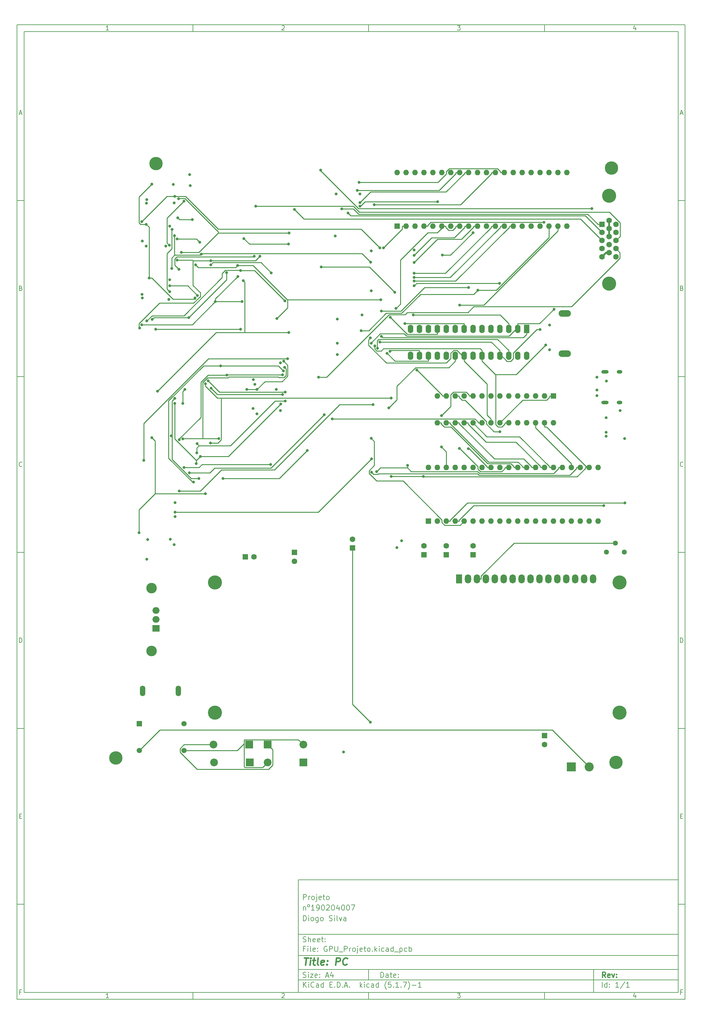
<source format=gbr>
%TF.GenerationSoftware,KiCad,Pcbnew,(5.1.7)-1*%
%TF.CreationDate,2021-02-02T03:53:03+00:00*%
%TF.ProjectId,GPU_Projeto,4750555f-5072-46f6-9a65-746f2e6b6963,rev?*%
%TF.SameCoordinates,Original*%
%TF.FileFunction,Copper,L4,Bot*%
%TF.FilePolarity,Positive*%
%FSLAX46Y46*%
G04 Gerber Fmt 4.6, Leading zero omitted, Abs format (unit mm)*
G04 Created by KiCad (PCBNEW (5.1.7)-1) date 2021-02-02 03:53:03*
%MOMM*%
%LPD*%
G01*
G04 APERTURE LIST*
%ADD10C,0.100000*%
%ADD11C,0.150000*%
%ADD12C,0.300000*%
%ADD13C,0.400000*%
%TA.AperFunction,ComponentPad*%
%ADD14C,1.520000*%
%TD*%
%TA.AperFunction,ComponentPad*%
%ADD15R,1.520000X1.520000*%
%TD*%
%TA.AperFunction,ComponentPad*%
%ADD16C,4.000000*%
%TD*%
%TA.AperFunction,ComponentPad*%
%ADD17C,1.600000*%
%TD*%
%TA.AperFunction,ComponentPad*%
%ADD18R,1.600000X1.600000*%
%TD*%
%TA.AperFunction,ComponentPad*%
%ADD19O,1.800000X2.600000*%
%TD*%
%TA.AperFunction,ComponentPad*%
%ADD20R,1.800000X2.600000*%
%TD*%
%TA.AperFunction,ComponentPad*%
%ADD21O,2.200000X2.200000*%
%TD*%
%TA.AperFunction,ComponentPad*%
%ADD22R,2.200000X2.200000*%
%TD*%
%TA.AperFunction,ComponentPad*%
%ADD23O,1.500000X3.000000*%
%TD*%
%TA.AperFunction,ComponentPad*%
%ADD24C,3.800000*%
%TD*%
%TA.AperFunction,ComponentPad*%
%ADD25C,3.000000*%
%TD*%
%TA.AperFunction,ComponentPad*%
%ADD26C,2.600000*%
%TD*%
%TA.AperFunction,ComponentPad*%
%ADD27R,2.600000X2.600000*%
%TD*%
%TA.AperFunction,ComponentPad*%
%ADD28C,1.440000*%
%TD*%
%TA.AperFunction,ComponentPad*%
%ADD29R,2.000000X1.905000*%
%TD*%
%TA.AperFunction,ComponentPad*%
%ADD30O,2.000000X1.905000*%
%TD*%
%TA.AperFunction,ComponentPad*%
%ADD31O,1.600000X1.600000*%
%TD*%
%TA.AperFunction,ComponentPad*%
%ADD32R,1.600000X2.400000*%
%TD*%
%TA.AperFunction,ComponentPad*%
%ADD33O,1.600000X2.400000*%
%TD*%
%TA.AperFunction,ComponentPad*%
%ADD34O,2.100000X1.000000*%
%TD*%
%TA.AperFunction,ComponentPad*%
%ADD35O,1.600000X1.000000*%
%TD*%
%TA.AperFunction,ComponentPad*%
%ADD36O,3.500000X1.900000*%
%TD*%
%TA.AperFunction,ViaPad*%
%ADD37C,0.800000*%
%TD*%
%TA.AperFunction,Conductor*%
%ADD38C,0.250000*%
%TD*%
%TA.AperFunction,Conductor*%
%ADD39C,0.500000*%
%TD*%
G04 APERTURE END LIST*
D10*
D11*
X90007200Y-253002200D02*
X90007200Y-285002200D01*
X198007200Y-285002200D01*
X198007200Y-253002200D01*
X90007200Y-253002200D01*
D10*
D11*
X10000000Y-10000000D02*
X10000000Y-287002200D01*
X200007200Y-287002200D01*
X200007200Y-10000000D01*
X10000000Y-10000000D01*
D10*
D11*
X12000000Y-12000000D02*
X12000000Y-285002200D01*
X198007200Y-285002200D01*
X198007200Y-12000000D01*
X12000000Y-12000000D01*
D10*
D11*
X60000000Y-12000000D02*
X60000000Y-10000000D01*
D10*
D11*
X110000000Y-12000000D02*
X110000000Y-10000000D01*
D10*
D11*
X160000000Y-12000000D02*
X160000000Y-10000000D01*
D10*
D11*
X36065476Y-11588095D02*
X35322619Y-11588095D01*
X35694047Y-11588095D02*
X35694047Y-10288095D01*
X35570238Y-10473809D01*
X35446428Y-10597619D01*
X35322619Y-10659523D01*
D10*
D11*
X85322619Y-10411904D02*
X85384523Y-10350000D01*
X85508333Y-10288095D01*
X85817857Y-10288095D01*
X85941666Y-10350000D01*
X86003571Y-10411904D01*
X86065476Y-10535714D01*
X86065476Y-10659523D01*
X86003571Y-10845238D01*
X85260714Y-11588095D01*
X86065476Y-11588095D01*
D10*
D11*
X135260714Y-10288095D02*
X136065476Y-10288095D01*
X135632142Y-10783333D01*
X135817857Y-10783333D01*
X135941666Y-10845238D01*
X136003571Y-10907142D01*
X136065476Y-11030952D01*
X136065476Y-11340476D01*
X136003571Y-11464285D01*
X135941666Y-11526190D01*
X135817857Y-11588095D01*
X135446428Y-11588095D01*
X135322619Y-11526190D01*
X135260714Y-11464285D01*
D10*
D11*
X185941666Y-10721428D02*
X185941666Y-11588095D01*
X185632142Y-10226190D02*
X185322619Y-11154761D01*
X186127380Y-11154761D01*
D10*
D11*
X60000000Y-285002200D02*
X60000000Y-287002200D01*
D10*
D11*
X110000000Y-285002200D02*
X110000000Y-287002200D01*
D10*
D11*
X160000000Y-285002200D02*
X160000000Y-287002200D01*
D10*
D11*
X36065476Y-286590295D02*
X35322619Y-286590295D01*
X35694047Y-286590295D02*
X35694047Y-285290295D01*
X35570238Y-285476009D01*
X35446428Y-285599819D01*
X35322619Y-285661723D01*
D10*
D11*
X85322619Y-285414104D02*
X85384523Y-285352200D01*
X85508333Y-285290295D01*
X85817857Y-285290295D01*
X85941666Y-285352200D01*
X86003571Y-285414104D01*
X86065476Y-285537914D01*
X86065476Y-285661723D01*
X86003571Y-285847438D01*
X85260714Y-286590295D01*
X86065476Y-286590295D01*
D10*
D11*
X135260714Y-285290295D02*
X136065476Y-285290295D01*
X135632142Y-285785533D01*
X135817857Y-285785533D01*
X135941666Y-285847438D01*
X136003571Y-285909342D01*
X136065476Y-286033152D01*
X136065476Y-286342676D01*
X136003571Y-286466485D01*
X135941666Y-286528390D01*
X135817857Y-286590295D01*
X135446428Y-286590295D01*
X135322619Y-286528390D01*
X135260714Y-286466485D01*
D10*
D11*
X185941666Y-285723628D02*
X185941666Y-286590295D01*
X185632142Y-285228390D02*
X185322619Y-286156961D01*
X186127380Y-286156961D01*
D10*
D11*
X10000000Y-60000000D02*
X12000000Y-60000000D01*
D10*
D11*
X10000000Y-110000000D02*
X12000000Y-110000000D01*
D10*
D11*
X10000000Y-160000000D02*
X12000000Y-160000000D01*
D10*
D11*
X10000000Y-210000000D02*
X12000000Y-210000000D01*
D10*
D11*
X10000000Y-260000000D02*
X12000000Y-260000000D01*
D10*
D11*
X10690476Y-35216666D02*
X11309523Y-35216666D01*
X10566666Y-35588095D02*
X11000000Y-34288095D01*
X11433333Y-35588095D01*
D10*
D11*
X11092857Y-84907142D02*
X11278571Y-84969047D01*
X11340476Y-85030952D01*
X11402380Y-85154761D01*
X11402380Y-85340476D01*
X11340476Y-85464285D01*
X11278571Y-85526190D01*
X11154761Y-85588095D01*
X10659523Y-85588095D01*
X10659523Y-84288095D01*
X11092857Y-84288095D01*
X11216666Y-84350000D01*
X11278571Y-84411904D01*
X11340476Y-84535714D01*
X11340476Y-84659523D01*
X11278571Y-84783333D01*
X11216666Y-84845238D01*
X11092857Y-84907142D01*
X10659523Y-84907142D01*
D10*
D11*
X11402380Y-135464285D02*
X11340476Y-135526190D01*
X11154761Y-135588095D01*
X11030952Y-135588095D01*
X10845238Y-135526190D01*
X10721428Y-135402380D01*
X10659523Y-135278571D01*
X10597619Y-135030952D01*
X10597619Y-134845238D01*
X10659523Y-134597619D01*
X10721428Y-134473809D01*
X10845238Y-134350000D01*
X11030952Y-134288095D01*
X11154761Y-134288095D01*
X11340476Y-134350000D01*
X11402380Y-134411904D01*
D10*
D11*
X10659523Y-185588095D02*
X10659523Y-184288095D01*
X10969047Y-184288095D01*
X11154761Y-184350000D01*
X11278571Y-184473809D01*
X11340476Y-184597619D01*
X11402380Y-184845238D01*
X11402380Y-185030952D01*
X11340476Y-185278571D01*
X11278571Y-185402380D01*
X11154761Y-185526190D01*
X10969047Y-185588095D01*
X10659523Y-185588095D01*
D10*
D11*
X10721428Y-234907142D02*
X11154761Y-234907142D01*
X11340476Y-235588095D02*
X10721428Y-235588095D01*
X10721428Y-234288095D01*
X11340476Y-234288095D01*
D10*
D11*
X11185714Y-284907142D02*
X10752380Y-284907142D01*
X10752380Y-285588095D02*
X10752380Y-284288095D01*
X11371428Y-284288095D01*
D10*
D11*
X200007200Y-60000000D02*
X198007200Y-60000000D01*
D10*
D11*
X200007200Y-110000000D02*
X198007200Y-110000000D01*
D10*
D11*
X200007200Y-160000000D02*
X198007200Y-160000000D01*
D10*
D11*
X200007200Y-210000000D02*
X198007200Y-210000000D01*
D10*
D11*
X200007200Y-260000000D02*
X198007200Y-260000000D01*
D10*
D11*
X198697676Y-35216666D02*
X199316723Y-35216666D01*
X198573866Y-35588095D02*
X199007200Y-34288095D01*
X199440533Y-35588095D01*
D10*
D11*
X199100057Y-84907142D02*
X199285771Y-84969047D01*
X199347676Y-85030952D01*
X199409580Y-85154761D01*
X199409580Y-85340476D01*
X199347676Y-85464285D01*
X199285771Y-85526190D01*
X199161961Y-85588095D01*
X198666723Y-85588095D01*
X198666723Y-84288095D01*
X199100057Y-84288095D01*
X199223866Y-84350000D01*
X199285771Y-84411904D01*
X199347676Y-84535714D01*
X199347676Y-84659523D01*
X199285771Y-84783333D01*
X199223866Y-84845238D01*
X199100057Y-84907142D01*
X198666723Y-84907142D01*
D10*
D11*
X199409580Y-135464285D02*
X199347676Y-135526190D01*
X199161961Y-135588095D01*
X199038152Y-135588095D01*
X198852438Y-135526190D01*
X198728628Y-135402380D01*
X198666723Y-135278571D01*
X198604819Y-135030952D01*
X198604819Y-134845238D01*
X198666723Y-134597619D01*
X198728628Y-134473809D01*
X198852438Y-134350000D01*
X199038152Y-134288095D01*
X199161961Y-134288095D01*
X199347676Y-134350000D01*
X199409580Y-134411904D01*
D10*
D11*
X198666723Y-185588095D02*
X198666723Y-184288095D01*
X198976247Y-184288095D01*
X199161961Y-184350000D01*
X199285771Y-184473809D01*
X199347676Y-184597619D01*
X199409580Y-184845238D01*
X199409580Y-185030952D01*
X199347676Y-185278571D01*
X199285771Y-185402380D01*
X199161961Y-185526190D01*
X198976247Y-185588095D01*
X198666723Y-185588095D01*
D10*
D11*
X198728628Y-234907142D02*
X199161961Y-234907142D01*
X199347676Y-235588095D02*
X198728628Y-235588095D01*
X198728628Y-234288095D01*
X199347676Y-234288095D01*
D10*
D11*
X199192914Y-284907142D02*
X198759580Y-284907142D01*
X198759580Y-285588095D02*
X198759580Y-284288095D01*
X199378628Y-284288095D01*
D10*
D11*
X113439342Y-280780771D02*
X113439342Y-279280771D01*
X113796485Y-279280771D01*
X114010771Y-279352200D01*
X114153628Y-279495057D01*
X114225057Y-279637914D01*
X114296485Y-279923628D01*
X114296485Y-280137914D01*
X114225057Y-280423628D01*
X114153628Y-280566485D01*
X114010771Y-280709342D01*
X113796485Y-280780771D01*
X113439342Y-280780771D01*
X115582200Y-280780771D02*
X115582200Y-279995057D01*
X115510771Y-279852200D01*
X115367914Y-279780771D01*
X115082200Y-279780771D01*
X114939342Y-279852200D01*
X115582200Y-280709342D02*
X115439342Y-280780771D01*
X115082200Y-280780771D01*
X114939342Y-280709342D01*
X114867914Y-280566485D01*
X114867914Y-280423628D01*
X114939342Y-280280771D01*
X115082200Y-280209342D01*
X115439342Y-280209342D01*
X115582200Y-280137914D01*
X116082200Y-279780771D02*
X116653628Y-279780771D01*
X116296485Y-279280771D02*
X116296485Y-280566485D01*
X116367914Y-280709342D01*
X116510771Y-280780771D01*
X116653628Y-280780771D01*
X117725057Y-280709342D02*
X117582200Y-280780771D01*
X117296485Y-280780771D01*
X117153628Y-280709342D01*
X117082200Y-280566485D01*
X117082200Y-279995057D01*
X117153628Y-279852200D01*
X117296485Y-279780771D01*
X117582200Y-279780771D01*
X117725057Y-279852200D01*
X117796485Y-279995057D01*
X117796485Y-280137914D01*
X117082200Y-280280771D01*
X118439342Y-280637914D02*
X118510771Y-280709342D01*
X118439342Y-280780771D01*
X118367914Y-280709342D01*
X118439342Y-280637914D01*
X118439342Y-280780771D01*
X118439342Y-279852200D02*
X118510771Y-279923628D01*
X118439342Y-279995057D01*
X118367914Y-279923628D01*
X118439342Y-279852200D01*
X118439342Y-279995057D01*
D10*
D11*
X90007200Y-281502200D02*
X198007200Y-281502200D01*
D10*
D11*
X91439342Y-283580771D02*
X91439342Y-282080771D01*
X92296485Y-283580771D02*
X91653628Y-282723628D01*
X92296485Y-282080771D02*
X91439342Y-282937914D01*
X92939342Y-283580771D02*
X92939342Y-282580771D01*
X92939342Y-282080771D02*
X92867914Y-282152200D01*
X92939342Y-282223628D01*
X93010771Y-282152200D01*
X92939342Y-282080771D01*
X92939342Y-282223628D01*
X94510771Y-283437914D02*
X94439342Y-283509342D01*
X94225057Y-283580771D01*
X94082200Y-283580771D01*
X93867914Y-283509342D01*
X93725057Y-283366485D01*
X93653628Y-283223628D01*
X93582200Y-282937914D01*
X93582200Y-282723628D01*
X93653628Y-282437914D01*
X93725057Y-282295057D01*
X93867914Y-282152200D01*
X94082200Y-282080771D01*
X94225057Y-282080771D01*
X94439342Y-282152200D01*
X94510771Y-282223628D01*
X95796485Y-283580771D02*
X95796485Y-282795057D01*
X95725057Y-282652200D01*
X95582200Y-282580771D01*
X95296485Y-282580771D01*
X95153628Y-282652200D01*
X95796485Y-283509342D02*
X95653628Y-283580771D01*
X95296485Y-283580771D01*
X95153628Y-283509342D01*
X95082200Y-283366485D01*
X95082200Y-283223628D01*
X95153628Y-283080771D01*
X95296485Y-283009342D01*
X95653628Y-283009342D01*
X95796485Y-282937914D01*
X97153628Y-283580771D02*
X97153628Y-282080771D01*
X97153628Y-283509342D02*
X97010771Y-283580771D01*
X96725057Y-283580771D01*
X96582200Y-283509342D01*
X96510771Y-283437914D01*
X96439342Y-283295057D01*
X96439342Y-282866485D01*
X96510771Y-282723628D01*
X96582200Y-282652200D01*
X96725057Y-282580771D01*
X97010771Y-282580771D01*
X97153628Y-282652200D01*
X99010771Y-282795057D02*
X99510771Y-282795057D01*
X99725057Y-283580771D02*
X99010771Y-283580771D01*
X99010771Y-282080771D01*
X99725057Y-282080771D01*
X100367914Y-283437914D02*
X100439342Y-283509342D01*
X100367914Y-283580771D01*
X100296485Y-283509342D01*
X100367914Y-283437914D01*
X100367914Y-283580771D01*
X101082200Y-283580771D02*
X101082200Y-282080771D01*
X101439342Y-282080771D01*
X101653628Y-282152200D01*
X101796485Y-282295057D01*
X101867914Y-282437914D01*
X101939342Y-282723628D01*
X101939342Y-282937914D01*
X101867914Y-283223628D01*
X101796485Y-283366485D01*
X101653628Y-283509342D01*
X101439342Y-283580771D01*
X101082200Y-283580771D01*
X102582200Y-283437914D02*
X102653628Y-283509342D01*
X102582200Y-283580771D01*
X102510771Y-283509342D01*
X102582200Y-283437914D01*
X102582200Y-283580771D01*
X103225057Y-283152200D02*
X103939342Y-283152200D01*
X103082200Y-283580771D02*
X103582200Y-282080771D01*
X104082200Y-283580771D01*
X104582200Y-283437914D02*
X104653628Y-283509342D01*
X104582200Y-283580771D01*
X104510771Y-283509342D01*
X104582200Y-283437914D01*
X104582200Y-283580771D01*
X107582200Y-283580771D02*
X107582200Y-282080771D01*
X107725057Y-283009342D02*
X108153628Y-283580771D01*
X108153628Y-282580771D02*
X107582200Y-283152200D01*
X108796485Y-283580771D02*
X108796485Y-282580771D01*
X108796485Y-282080771D02*
X108725057Y-282152200D01*
X108796485Y-282223628D01*
X108867914Y-282152200D01*
X108796485Y-282080771D01*
X108796485Y-282223628D01*
X110153628Y-283509342D02*
X110010771Y-283580771D01*
X109725057Y-283580771D01*
X109582200Y-283509342D01*
X109510771Y-283437914D01*
X109439342Y-283295057D01*
X109439342Y-282866485D01*
X109510771Y-282723628D01*
X109582200Y-282652200D01*
X109725057Y-282580771D01*
X110010771Y-282580771D01*
X110153628Y-282652200D01*
X111439342Y-283580771D02*
X111439342Y-282795057D01*
X111367914Y-282652200D01*
X111225057Y-282580771D01*
X110939342Y-282580771D01*
X110796485Y-282652200D01*
X111439342Y-283509342D02*
X111296485Y-283580771D01*
X110939342Y-283580771D01*
X110796485Y-283509342D01*
X110725057Y-283366485D01*
X110725057Y-283223628D01*
X110796485Y-283080771D01*
X110939342Y-283009342D01*
X111296485Y-283009342D01*
X111439342Y-282937914D01*
X112796485Y-283580771D02*
X112796485Y-282080771D01*
X112796485Y-283509342D02*
X112653628Y-283580771D01*
X112367914Y-283580771D01*
X112225057Y-283509342D01*
X112153628Y-283437914D01*
X112082200Y-283295057D01*
X112082200Y-282866485D01*
X112153628Y-282723628D01*
X112225057Y-282652200D01*
X112367914Y-282580771D01*
X112653628Y-282580771D01*
X112796485Y-282652200D01*
X115082200Y-284152200D02*
X115010771Y-284080771D01*
X114867914Y-283866485D01*
X114796485Y-283723628D01*
X114725057Y-283509342D01*
X114653628Y-283152200D01*
X114653628Y-282866485D01*
X114725057Y-282509342D01*
X114796485Y-282295057D01*
X114867914Y-282152200D01*
X115010771Y-281937914D01*
X115082200Y-281866485D01*
X116367914Y-282080771D02*
X115653628Y-282080771D01*
X115582200Y-282795057D01*
X115653628Y-282723628D01*
X115796485Y-282652200D01*
X116153628Y-282652200D01*
X116296485Y-282723628D01*
X116367914Y-282795057D01*
X116439342Y-282937914D01*
X116439342Y-283295057D01*
X116367914Y-283437914D01*
X116296485Y-283509342D01*
X116153628Y-283580771D01*
X115796485Y-283580771D01*
X115653628Y-283509342D01*
X115582200Y-283437914D01*
X117082200Y-283437914D02*
X117153628Y-283509342D01*
X117082200Y-283580771D01*
X117010771Y-283509342D01*
X117082200Y-283437914D01*
X117082200Y-283580771D01*
X118582200Y-283580771D02*
X117725057Y-283580771D01*
X118153628Y-283580771D02*
X118153628Y-282080771D01*
X118010771Y-282295057D01*
X117867914Y-282437914D01*
X117725057Y-282509342D01*
X119225057Y-283437914D02*
X119296485Y-283509342D01*
X119225057Y-283580771D01*
X119153628Y-283509342D01*
X119225057Y-283437914D01*
X119225057Y-283580771D01*
X119796485Y-282080771D02*
X120796485Y-282080771D01*
X120153628Y-283580771D01*
X121225057Y-284152200D02*
X121296485Y-284080771D01*
X121439342Y-283866485D01*
X121510771Y-283723628D01*
X121582200Y-283509342D01*
X121653628Y-283152200D01*
X121653628Y-282866485D01*
X121582200Y-282509342D01*
X121510771Y-282295057D01*
X121439342Y-282152200D01*
X121296485Y-281937914D01*
X121225057Y-281866485D01*
X122367914Y-283009342D02*
X123510771Y-283009342D01*
X125010771Y-283580771D02*
X124153628Y-283580771D01*
X124582200Y-283580771D02*
X124582200Y-282080771D01*
X124439342Y-282295057D01*
X124296485Y-282437914D01*
X124153628Y-282509342D01*
D10*
D11*
X90007200Y-278502200D02*
X198007200Y-278502200D01*
D10*
D12*
X177416485Y-280780771D02*
X176916485Y-280066485D01*
X176559342Y-280780771D02*
X176559342Y-279280771D01*
X177130771Y-279280771D01*
X177273628Y-279352200D01*
X177345057Y-279423628D01*
X177416485Y-279566485D01*
X177416485Y-279780771D01*
X177345057Y-279923628D01*
X177273628Y-279995057D01*
X177130771Y-280066485D01*
X176559342Y-280066485D01*
X178630771Y-280709342D02*
X178487914Y-280780771D01*
X178202200Y-280780771D01*
X178059342Y-280709342D01*
X177987914Y-280566485D01*
X177987914Y-279995057D01*
X178059342Y-279852200D01*
X178202200Y-279780771D01*
X178487914Y-279780771D01*
X178630771Y-279852200D01*
X178702200Y-279995057D01*
X178702200Y-280137914D01*
X177987914Y-280280771D01*
X179202200Y-279780771D02*
X179559342Y-280780771D01*
X179916485Y-279780771D01*
X180487914Y-280637914D02*
X180559342Y-280709342D01*
X180487914Y-280780771D01*
X180416485Y-280709342D01*
X180487914Y-280637914D01*
X180487914Y-280780771D01*
X180487914Y-279852200D02*
X180559342Y-279923628D01*
X180487914Y-279995057D01*
X180416485Y-279923628D01*
X180487914Y-279852200D01*
X180487914Y-279995057D01*
D10*
D11*
X91367914Y-280709342D02*
X91582200Y-280780771D01*
X91939342Y-280780771D01*
X92082200Y-280709342D01*
X92153628Y-280637914D01*
X92225057Y-280495057D01*
X92225057Y-280352200D01*
X92153628Y-280209342D01*
X92082200Y-280137914D01*
X91939342Y-280066485D01*
X91653628Y-279995057D01*
X91510771Y-279923628D01*
X91439342Y-279852200D01*
X91367914Y-279709342D01*
X91367914Y-279566485D01*
X91439342Y-279423628D01*
X91510771Y-279352200D01*
X91653628Y-279280771D01*
X92010771Y-279280771D01*
X92225057Y-279352200D01*
X92867914Y-280780771D02*
X92867914Y-279780771D01*
X92867914Y-279280771D02*
X92796485Y-279352200D01*
X92867914Y-279423628D01*
X92939342Y-279352200D01*
X92867914Y-279280771D01*
X92867914Y-279423628D01*
X93439342Y-279780771D02*
X94225057Y-279780771D01*
X93439342Y-280780771D01*
X94225057Y-280780771D01*
X95367914Y-280709342D02*
X95225057Y-280780771D01*
X94939342Y-280780771D01*
X94796485Y-280709342D01*
X94725057Y-280566485D01*
X94725057Y-279995057D01*
X94796485Y-279852200D01*
X94939342Y-279780771D01*
X95225057Y-279780771D01*
X95367914Y-279852200D01*
X95439342Y-279995057D01*
X95439342Y-280137914D01*
X94725057Y-280280771D01*
X96082200Y-280637914D02*
X96153628Y-280709342D01*
X96082200Y-280780771D01*
X96010771Y-280709342D01*
X96082200Y-280637914D01*
X96082200Y-280780771D01*
X96082200Y-279852200D02*
X96153628Y-279923628D01*
X96082200Y-279995057D01*
X96010771Y-279923628D01*
X96082200Y-279852200D01*
X96082200Y-279995057D01*
X97867914Y-280352200D02*
X98582200Y-280352200D01*
X97725057Y-280780771D02*
X98225057Y-279280771D01*
X98725057Y-280780771D01*
X99867914Y-279780771D02*
X99867914Y-280780771D01*
X99510771Y-279209342D02*
X99153628Y-280280771D01*
X100082200Y-280280771D01*
D10*
D11*
X176439342Y-283580771D02*
X176439342Y-282080771D01*
X177796485Y-283580771D02*
X177796485Y-282080771D01*
X177796485Y-283509342D02*
X177653628Y-283580771D01*
X177367914Y-283580771D01*
X177225057Y-283509342D01*
X177153628Y-283437914D01*
X177082200Y-283295057D01*
X177082200Y-282866485D01*
X177153628Y-282723628D01*
X177225057Y-282652200D01*
X177367914Y-282580771D01*
X177653628Y-282580771D01*
X177796485Y-282652200D01*
X178510771Y-283437914D02*
X178582200Y-283509342D01*
X178510771Y-283580771D01*
X178439342Y-283509342D01*
X178510771Y-283437914D01*
X178510771Y-283580771D01*
X178510771Y-282652200D02*
X178582200Y-282723628D01*
X178510771Y-282795057D01*
X178439342Y-282723628D01*
X178510771Y-282652200D01*
X178510771Y-282795057D01*
X181153628Y-283580771D02*
X180296485Y-283580771D01*
X180725057Y-283580771D02*
X180725057Y-282080771D01*
X180582200Y-282295057D01*
X180439342Y-282437914D01*
X180296485Y-282509342D01*
X182867914Y-282009342D02*
X181582200Y-283937914D01*
X184153628Y-283580771D02*
X183296485Y-283580771D01*
X183725057Y-283580771D02*
X183725057Y-282080771D01*
X183582200Y-282295057D01*
X183439342Y-282437914D01*
X183296485Y-282509342D01*
D10*
D11*
X90007200Y-274502200D02*
X198007200Y-274502200D01*
D10*
D13*
X91719580Y-275206961D02*
X92862438Y-275206961D01*
X92041009Y-277206961D02*
X92291009Y-275206961D01*
X93279104Y-277206961D02*
X93445771Y-275873628D01*
X93529104Y-275206961D02*
X93421961Y-275302200D01*
X93505295Y-275397438D01*
X93612438Y-275302200D01*
X93529104Y-275206961D01*
X93505295Y-275397438D01*
X94112438Y-275873628D02*
X94874342Y-275873628D01*
X94481485Y-275206961D02*
X94267200Y-276921247D01*
X94338628Y-277111723D01*
X94517200Y-277206961D01*
X94707676Y-277206961D01*
X95660057Y-277206961D02*
X95481485Y-277111723D01*
X95410057Y-276921247D01*
X95624342Y-275206961D01*
X97195771Y-277111723D02*
X96993390Y-277206961D01*
X96612438Y-277206961D01*
X96433866Y-277111723D01*
X96362438Y-276921247D01*
X96457676Y-276159342D01*
X96576723Y-275968866D01*
X96779104Y-275873628D01*
X97160057Y-275873628D01*
X97338628Y-275968866D01*
X97410057Y-276159342D01*
X97386247Y-276349819D01*
X96410057Y-276540295D01*
X98160057Y-277016485D02*
X98243390Y-277111723D01*
X98136247Y-277206961D01*
X98052914Y-277111723D01*
X98160057Y-277016485D01*
X98136247Y-277206961D01*
X98291009Y-275968866D02*
X98374342Y-276064104D01*
X98267200Y-276159342D01*
X98183866Y-276064104D01*
X98291009Y-275968866D01*
X98267200Y-276159342D01*
X100612438Y-277206961D02*
X100862438Y-275206961D01*
X101624342Y-275206961D01*
X101802914Y-275302200D01*
X101886247Y-275397438D01*
X101957676Y-275587914D01*
X101921961Y-275873628D01*
X101802914Y-276064104D01*
X101695771Y-276159342D01*
X101493390Y-276254580D01*
X100731485Y-276254580D01*
X103779104Y-277016485D02*
X103671961Y-277111723D01*
X103374342Y-277206961D01*
X103183866Y-277206961D01*
X102910057Y-277111723D01*
X102743390Y-276921247D01*
X102671961Y-276730771D01*
X102624342Y-276349819D01*
X102660057Y-276064104D01*
X102802914Y-275683152D01*
X102921961Y-275492676D01*
X103136247Y-275302200D01*
X103433866Y-275206961D01*
X103624342Y-275206961D01*
X103898152Y-275302200D01*
X103981485Y-275397438D01*
D10*
D11*
X91939342Y-272595057D02*
X91439342Y-272595057D01*
X91439342Y-273380771D02*
X91439342Y-271880771D01*
X92153628Y-271880771D01*
X92725057Y-273380771D02*
X92725057Y-272380771D01*
X92725057Y-271880771D02*
X92653628Y-271952200D01*
X92725057Y-272023628D01*
X92796485Y-271952200D01*
X92725057Y-271880771D01*
X92725057Y-272023628D01*
X93653628Y-273380771D02*
X93510771Y-273309342D01*
X93439342Y-273166485D01*
X93439342Y-271880771D01*
X94796485Y-273309342D02*
X94653628Y-273380771D01*
X94367914Y-273380771D01*
X94225057Y-273309342D01*
X94153628Y-273166485D01*
X94153628Y-272595057D01*
X94225057Y-272452200D01*
X94367914Y-272380771D01*
X94653628Y-272380771D01*
X94796485Y-272452200D01*
X94867914Y-272595057D01*
X94867914Y-272737914D01*
X94153628Y-272880771D01*
X95510771Y-273237914D02*
X95582200Y-273309342D01*
X95510771Y-273380771D01*
X95439342Y-273309342D01*
X95510771Y-273237914D01*
X95510771Y-273380771D01*
X95510771Y-272452200D02*
X95582200Y-272523628D01*
X95510771Y-272595057D01*
X95439342Y-272523628D01*
X95510771Y-272452200D01*
X95510771Y-272595057D01*
X98153628Y-271952200D02*
X98010771Y-271880771D01*
X97796485Y-271880771D01*
X97582200Y-271952200D01*
X97439342Y-272095057D01*
X97367914Y-272237914D01*
X97296485Y-272523628D01*
X97296485Y-272737914D01*
X97367914Y-273023628D01*
X97439342Y-273166485D01*
X97582200Y-273309342D01*
X97796485Y-273380771D01*
X97939342Y-273380771D01*
X98153628Y-273309342D01*
X98225057Y-273237914D01*
X98225057Y-272737914D01*
X97939342Y-272737914D01*
X98867914Y-273380771D02*
X98867914Y-271880771D01*
X99439342Y-271880771D01*
X99582200Y-271952200D01*
X99653628Y-272023628D01*
X99725057Y-272166485D01*
X99725057Y-272380771D01*
X99653628Y-272523628D01*
X99582200Y-272595057D01*
X99439342Y-272666485D01*
X98867914Y-272666485D01*
X100367914Y-271880771D02*
X100367914Y-273095057D01*
X100439342Y-273237914D01*
X100510771Y-273309342D01*
X100653628Y-273380771D01*
X100939342Y-273380771D01*
X101082200Y-273309342D01*
X101153628Y-273237914D01*
X101225057Y-273095057D01*
X101225057Y-271880771D01*
X101582200Y-273523628D02*
X102725057Y-273523628D01*
X103082200Y-273380771D02*
X103082200Y-271880771D01*
X103653628Y-271880771D01*
X103796485Y-271952200D01*
X103867914Y-272023628D01*
X103939342Y-272166485D01*
X103939342Y-272380771D01*
X103867914Y-272523628D01*
X103796485Y-272595057D01*
X103653628Y-272666485D01*
X103082200Y-272666485D01*
X104582200Y-273380771D02*
X104582200Y-272380771D01*
X104582200Y-272666485D02*
X104653628Y-272523628D01*
X104725057Y-272452200D01*
X104867914Y-272380771D01*
X105010771Y-272380771D01*
X105725057Y-273380771D02*
X105582200Y-273309342D01*
X105510771Y-273237914D01*
X105439342Y-273095057D01*
X105439342Y-272666485D01*
X105510771Y-272523628D01*
X105582200Y-272452200D01*
X105725057Y-272380771D01*
X105939342Y-272380771D01*
X106082200Y-272452200D01*
X106153628Y-272523628D01*
X106225057Y-272666485D01*
X106225057Y-273095057D01*
X106153628Y-273237914D01*
X106082200Y-273309342D01*
X105939342Y-273380771D01*
X105725057Y-273380771D01*
X106867914Y-272380771D02*
X106867914Y-273666485D01*
X106796485Y-273809342D01*
X106653628Y-273880771D01*
X106582200Y-273880771D01*
X106867914Y-271880771D02*
X106796485Y-271952200D01*
X106867914Y-272023628D01*
X106939342Y-271952200D01*
X106867914Y-271880771D01*
X106867914Y-272023628D01*
X108153628Y-273309342D02*
X108010771Y-273380771D01*
X107725057Y-273380771D01*
X107582200Y-273309342D01*
X107510771Y-273166485D01*
X107510771Y-272595057D01*
X107582200Y-272452200D01*
X107725057Y-272380771D01*
X108010771Y-272380771D01*
X108153628Y-272452200D01*
X108225057Y-272595057D01*
X108225057Y-272737914D01*
X107510771Y-272880771D01*
X108653628Y-272380771D02*
X109225057Y-272380771D01*
X108867914Y-271880771D02*
X108867914Y-273166485D01*
X108939342Y-273309342D01*
X109082200Y-273380771D01*
X109225057Y-273380771D01*
X109939342Y-273380771D02*
X109796485Y-273309342D01*
X109725057Y-273237914D01*
X109653628Y-273095057D01*
X109653628Y-272666485D01*
X109725057Y-272523628D01*
X109796485Y-272452200D01*
X109939342Y-272380771D01*
X110153628Y-272380771D01*
X110296485Y-272452200D01*
X110367914Y-272523628D01*
X110439342Y-272666485D01*
X110439342Y-273095057D01*
X110367914Y-273237914D01*
X110296485Y-273309342D01*
X110153628Y-273380771D01*
X109939342Y-273380771D01*
X111082200Y-273237914D02*
X111153628Y-273309342D01*
X111082200Y-273380771D01*
X111010771Y-273309342D01*
X111082200Y-273237914D01*
X111082200Y-273380771D01*
X111796485Y-273380771D02*
X111796485Y-271880771D01*
X111939342Y-272809342D02*
X112367914Y-273380771D01*
X112367914Y-272380771D02*
X111796485Y-272952200D01*
X113010771Y-273380771D02*
X113010771Y-272380771D01*
X113010771Y-271880771D02*
X112939342Y-271952200D01*
X113010771Y-272023628D01*
X113082200Y-271952200D01*
X113010771Y-271880771D01*
X113010771Y-272023628D01*
X114367914Y-273309342D02*
X114225057Y-273380771D01*
X113939342Y-273380771D01*
X113796485Y-273309342D01*
X113725057Y-273237914D01*
X113653628Y-273095057D01*
X113653628Y-272666485D01*
X113725057Y-272523628D01*
X113796485Y-272452200D01*
X113939342Y-272380771D01*
X114225057Y-272380771D01*
X114367914Y-272452200D01*
X115653628Y-273380771D02*
X115653628Y-272595057D01*
X115582200Y-272452200D01*
X115439342Y-272380771D01*
X115153628Y-272380771D01*
X115010771Y-272452200D01*
X115653628Y-273309342D02*
X115510771Y-273380771D01*
X115153628Y-273380771D01*
X115010771Y-273309342D01*
X114939342Y-273166485D01*
X114939342Y-273023628D01*
X115010771Y-272880771D01*
X115153628Y-272809342D01*
X115510771Y-272809342D01*
X115653628Y-272737914D01*
X117010771Y-273380771D02*
X117010771Y-271880771D01*
X117010771Y-273309342D02*
X116867914Y-273380771D01*
X116582200Y-273380771D01*
X116439342Y-273309342D01*
X116367914Y-273237914D01*
X116296485Y-273095057D01*
X116296485Y-272666485D01*
X116367914Y-272523628D01*
X116439342Y-272452200D01*
X116582200Y-272380771D01*
X116867914Y-272380771D01*
X117010771Y-272452200D01*
X117367914Y-273523628D02*
X118510771Y-273523628D01*
X118867914Y-272380771D02*
X118867914Y-273880771D01*
X118867914Y-272452200D02*
X119010771Y-272380771D01*
X119296485Y-272380771D01*
X119439342Y-272452200D01*
X119510771Y-272523628D01*
X119582200Y-272666485D01*
X119582200Y-273095057D01*
X119510771Y-273237914D01*
X119439342Y-273309342D01*
X119296485Y-273380771D01*
X119010771Y-273380771D01*
X118867914Y-273309342D01*
X120867914Y-273309342D02*
X120725057Y-273380771D01*
X120439342Y-273380771D01*
X120296485Y-273309342D01*
X120225057Y-273237914D01*
X120153628Y-273095057D01*
X120153628Y-272666485D01*
X120225057Y-272523628D01*
X120296485Y-272452200D01*
X120439342Y-272380771D01*
X120725057Y-272380771D01*
X120867914Y-272452200D01*
X121510771Y-273380771D02*
X121510771Y-271880771D01*
X121510771Y-272452200D02*
X121653628Y-272380771D01*
X121939342Y-272380771D01*
X122082200Y-272452200D01*
X122153628Y-272523628D01*
X122225057Y-272666485D01*
X122225057Y-273095057D01*
X122153628Y-273237914D01*
X122082200Y-273309342D01*
X121939342Y-273380771D01*
X121653628Y-273380771D01*
X121510771Y-273309342D01*
D10*
D11*
X90007200Y-268502200D02*
X198007200Y-268502200D01*
D10*
D11*
X91367914Y-270609342D02*
X91582200Y-270680771D01*
X91939342Y-270680771D01*
X92082200Y-270609342D01*
X92153628Y-270537914D01*
X92225057Y-270395057D01*
X92225057Y-270252200D01*
X92153628Y-270109342D01*
X92082200Y-270037914D01*
X91939342Y-269966485D01*
X91653628Y-269895057D01*
X91510771Y-269823628D01*
X91439342Y-269752200D01*
X91367914Y-269609342D01*
X91367914Y-269466485D01*
X91439342Y-269323628D01*
X91510771Y-269252200D01*
X91653628Y-269180771D01*
X92010771Y-269180771D01*
X92225057Y-269252200D01*
X92867914Y-270680771D02*
X92867914Y-269180771D01*
X93510771Y-270680771D02*
X93510771Y-269895057D01*
X93439342Y-269752200D01*
X93296485Y-269680771D01*
X93082200Y-269680771D01*
X92939342Y-269752200D01*
X92867914Y-269823628D01*
X94796485Y-270609342D02*
X94653628Y-270680771D01*
X94367914Y-270680771D01*
X94225057Y-270609342D01*
X94153628Y-270466485D01*
X94153628Y-269895057D01*
X94225057Y-269752200D01*
X94367914Y-269680771D01*
X94653628Y-269680771D01*
X94796485Y-269752200D01*
X94867914Y-269895057D01*
X94867914Y-270037914D01*
X94153628Y-270180771D01*
X96082200Y-270609342D02*
X95939342Y-270680771D01*
X95653628Y-270680771D01*
X95510771Y-270609342D01*
X95439342Y-270466485D01*
X95439342Y-269895057D01*
X95510771Y-269752200D01*
X95653628Y-269680771D01*
X95939342Y-269680771D01*
X96082200Y-269752200D01*
X96153628Y-269895057D01*
X96153628Y-270037914D01*
X95439342Y-270180771D01*
X96582200Y-269680771D02*
X97153628Y-269680771D01*
X96796485Y-269180771D02*
X96796485Y-270466485D01*
X96867914Y-270609342D01*
X97010771Y-270680771D01*
X97153628Y-270680771D01*
X97653628Y-270537914D02*
X97725057Y-270609342D01*
X97653628Y-270680771D01*
X97582200Y-270609342D01*
X97653628Y-270537914D01*
X97653628Y-270680771D01*
X97653628Y-269752200D02*
X97725057Y-269823628D01*
X97653628Y-269895057D01*
X97582200Y-269823628D01*
X97653628Y-269752200D01*
X97653628Y-269895057D01*
D10*
D11*
X91439342Y-264680771D02*
X91439342Y-263180771D01*
X91796485Y-263180771D01*
X92010771Y-263252200D01*
X92153628Y-263395057D01*
X92225057Y-263537914D01*
X92296485Y-263823628D01*
X92296485Y-264037914D01*
X92225057Y-264323628D01*
X92153628Y-264466485D01*
X92010771Y-264609342D01*
X91796485Y-264680771D01*
X91439342Y-264680771D01*
X92939342Y-264680771D02*
X92939342Y-263680771D01*
X92939342Y-263180771D02*
X92867914Y-263252200D01*
X92939342Y-263323628D01*
X93010771Y-263252200D01*
X92939342Y-263180771D01*
X92939342Y-263323628D01*
X93867914Y-264680771D02*
X93725057Y-264609342D01*
X93653628Y-264537914D01*
X93582200Y-264395057D01*
X93582200Y-263966485D01*
X93653628Y-263823628D01*
X93725057Y-263752200D01*
X93867914Y-263680771D01*
X94082200Y-263680771D01*
X94225057Y-263752200D01*
X94296485Y-263823628D01*
X94367914Y-263966485D01*
X94367914Y-264395057D01*
X94296485Y-264537914D01*
X94225057Y-264609342D01*
X94082200Y-264680771D01*
X93867914Y-264680771D01*
X95653628Y-263680771D02*
X95653628Y-264895057D01*
X95582200Y-265037914D01*
X95510771Y-265109342D01*
X95367914Y-265180771D01*
X95153628Y-265180771D01*
X95010771Y-265109342D01*
X95653628Y-264609342D02*
X95510771Y-264680771D01*
X95225057Y-264680771D01*
X95082200Y-264609342D01*
X95010771Y-264537914D01*
X94939342Y-264395057D01*
X94939342Y-263966485D01*
X95010771Y-263823628D01*
X95082200Y-263752200D01*
X95225057Y-263680771D01*
X95510771Y-263680771D01*
X95653628Y-263752200D01*
X96582200Y-264680771D02*
X96439342Y-264609342D01*
X96367914Y-264537914D01*
X96296485Y-264395057D01*
X96296485Y-263966485D01*
X96367914Y-263823628D01*
X96439342Y-263752200D01*
X96582200Y-263680771D01*
X96796485Y-263680771D01*
X96939342Y-263752200D01*
X97010771Y-263823628D01*
X97082200Y-263966485D01*
X97082200Y-264395057D01*
X97010771Y-264537914D01*
X96939342Y-264609342D01*
X96796485Y-264680771D01*
X96582200Y-264680771D01*
X98796485Y-264609342D02*
X99010771Y-264680771D01*
X99367914Y-264680771D01*
X99510771Y-264609342D01*
X99582200Y-264537914D01*
X99653628Y-264395057D01*
X99653628Y-264252200D01*
X99582200Y-264109342D01*
X99510771Y-264037914D01*
X99367914Y-263966485D01*
X99082200Y-263895057D01*
X98939342Y-263823628D01*
X98867914Y-263752200D01*
X98796485Y-263609342D01*
X98796485Y-263466485D01*
X98867914Y-263323628D01*
X98939342Y-263252200D01*
X99082200Y-263180771D01*
X99439342Y-263180771D01*
X99653628Y-263252200D01*
X100296485Y-264680771D02*
X100296485Y-263680771D01*
X100296485Y-263180771D02*
X100225057Y-263252200D01*
X100296485Y-263323628D01*
X100367914Y-263252200D01*
X100296485Y-263180771D01*
X100296485Y-263323628D01*
X101225057Y-264680771D02*
X101082200Y-264609342D01*
X101010771Y-264466485D01*
X101010771Y-263180771D01*
X101653628Y-263680771D02*
X102010771Y-264680771D01*
X102367914Y-263680771D01*
X103582200Y-264680771D02*
X103582200Y-263895057D01*
X103510771Y-263752200D01*
X103367914Y-263680771D01*
X103082200Y-263680771D01*
X102939342Y-263752200D01*
X103582200Y-264609342D02*
X103439342Y-264680771D01*
X103082200Y-264680771D01*
X102939342Y-264609342D01*
X102867914Y-264466485D01*
X102867914Y-264323628D01*
X102939342Y-264180771D01*
X103082200Y-264109342D01*
X103439342Y-264109342D01*
X103582200Y-264037914D01*
D10*
D11*
X91439342Y-260680771D02*
X91439342Y-261680771D01*
X91439342Y-260823628D02*
X91510771Y-260752200D01*
X91653628Y-260680771D01*
X91867914Y-260680771D01*
X92010771Y-260752200D01*
X92082200Y-260895057D01*
X92082200Y-261680771D01*
X92867914Y-260752200D02*
X92725057Y-260680771D01*
X92653628Y-260537914D01*
X92653628Y-260252200D01*
X92725057Y-260109342D01*
X92867914Y-260037914D01*
X93010771Y-260037914D01*
X93153628Y-260109342D01*
X93225057Y-260252200D01*
X93225057Y-260537914D01*
X93153628Y-260680771D01*
X93010771Y-260752200D01*
X92867914Y-260752200D01*
X94582200Y-261680771D02*
X93725057Y-261680771D01*
X94153628Y-261680771D02*
X94153628Y-260180771D01*
X94010771Y-260395057D01*
X93867914Y-260537914D01*
X93725057Y-260609342D01*
X95296485Y-261680771D02*
X95582200Y-261680771D01*
X95725057Y-261609342D01*
X95796485Y-261537914D01*
X95939342Y-261323628D01*
X96010771Y-261037914D01*
X96010771Y-260466485D01*
X95939342Y-260323628D01*
X95867914Y-260252200D01*
X95725057Y-260180771D01*
X95439342Y-260180771D01*
X95296485Y-260252200D01*
X95225057Y-260323628D01*
X95153628Y-260466485D01*
X95153628Y-260823628D01*
X95225057Y-260966485D01*
X95296485Y-261037914D01*
X95439342Y-261109342D01*
X95725057Y-261109342D01*
X95867914Y-261037914D01*
X95939342Y-260966485D01*
X96010771Y-260823628D01*
X96939342Y-260180771D02*
X97082200Y-260180771D01*
X97225057Y-260252200D01*
X97296485Y-260323628D01*
X97367914Y-260466485D01*
X97439342Y-260752200D01*
X97439342Y-261109342D01*
X97367914Y-261395057D01*
X97296485Y-261537914D01*
X97225057Y-261609342D01*
X97082200Y-261680771D01*
X96939342Y-261680771D01*
X96796485Y-261609342D01*
X96725057Y-261537914D01*
X96653628Y-261395057D01*
X96582200Y-261109342D01*
X96582200Y-260752200D01*
X96653628Y-260466485D01*
X96725057Y-260323628D01*
X96796485Y-260252200D01*
X96939342Y-260180771D01*
X98010771Y-260323628D02*
X98082200Y-260252200D01*
X98225057Y-260180771D01*
X98582200Y-260180771D01*
X98725057Y-260252200D01*
X98796485Y-260323628D01*
X98867914Y-260466485D01*
X98867914Y-260609342D01*
X98796485Y-260823628D01*
X97939342Y-261680771D01*
X98867914Y-261680771D01*
X99796485Y-260180771D02*
X99939342Y-260180771D01*
X100082200Y-260252200D01*
X100153628Y-260323628D01*
X100225057Y-260466485D01*
X100296485Y-260752200D01*
X100296485Y-261109342D01*
X100225057Y-261395057D01*
X100153628Y-261537914D01*
X100082200Y-261609342D01*
X99939342Y-261680771D01*
X99796485Y-261680771D01*
X99653628Y-261609342D01*
X99582200Y-261537914D01*
X99510771Y-261395057D01*
X99439342Y-261109342D01*
X99439342Y-260752200D01*
X99510771Y-260466485D01*
X99582200Y-260323628D01*
X99653628Y-260252200D01*
X99796485Y-260180771D01*
X101582200Y-260680771D02*
X101582200Y-261680771D01*
X101225057Y-260109342D02*
X100867914Y-261180771D01*
X101796485Y-261180771D01*
X102653628Y-260180771D02*
X102796485Y-260180771D01*
X102939342Y-260252200D01*
X103010771Y-260323628D01*
X103082200Y-260466485D01*
X103153628Y-260752200D01*
X103153628Y-261109342D01*
X103082200Y-261395057D01*
X103010771Y-261537914D01*
X102939342Y-261609342D01*
X102796485Y-261680771D01*
X102653628Y-261680771D01*
X102510771Y-261609342D01*
X102439342Y-261537914D01*
X102367914Y-261395057D01*
X102296485Y-261109342D01*
X102296485Y-260752200D01*
X102367914Y-260466485D01*
X102439342Y-260323628D01*
X102510771Y-260252200D01*
X102653628Y-260180771D01*
X104082200Y-260180771D02*
X104225057Y-260180771D01*
X104367914Y-260252200D01*
X104439342Y-260323628D01*
X104510771Y-260466485D01*
X104582200Y-260752200D01*
X104582200Y-261109342D01*
X104510771Y-261395057D01*
X104439342Y-261537914D01*
X104367914Y-261609342D01*
X104225057Y-261680771D01*
X104082200Y-261680771D01*
X103939342Y-261609342D01*
X103867914Y-261537914D01*
X103796485Y-261395057D01*
X103725057Y-261109342D01*
X103725057Y-260752200D01*
X103796485Y-260466485D01*
X103867914Y-260323628D01*
X103939342Y-260252200D01*
X104082200Y-260180771D01*
X105082200Y-260180771D02*
X106082200Y-260180771D01*
X105439342Y-261680771D01*
D10*
D11*
X91439342Y-258680771D02*
X91439342Y-257180771D01*
X92010771Y-257180771D01*
X92153628Y-257252200D01*
X92225057Y-257323628D01*
X92296485Y-257466485D01*
X92296485Y-257680771D01*
X92225057Y-257823628D01*
X92153628Y-257895057D01*
X92010771Y-257966485D01*
X91439342Y-257966485D01*
X92939342Y-258680771D02*
X92939342Y-257680771D01*
X92939342Y-257966485D02*
X93010771Y-257823628D01*
X93082200Y-257752200D01*
X93225057Y-257680771D01*
X93367914Y-257680771D01*
X94082200Y-258680771D02*
X93939342Y-258609342D01*
X93867914Y-258537914D01*
X93796485Y-258395057D01*
X93796485Y-257966485D01*
X93867914Y-257823628D01*
X93939342Y-257752200D01*
X94082200Y-257680771D01*
X94296485Y-257680771D01*
X94439342Y-257752200D01*
X94510771Y-257823628D01*
X94582200Y-257966485D01*
X94582200Y-258395057D01*
X94510771Y-258537914D01*
X94439342Y-258609342D01*
X94296485Y-258680771D01*
X94082200Y-258680771D01*
X95225057Y-257680771D02*
X95225057Y-258966485D01*
X95153628Y-259109342D01*
X95010771Y-259180771D01*
X94939342Y-259180771D01*
X95225057Y-257180771D02*
X95153628Y-257252200D01*
X95225057Y-257323628D01*
X95296485Y-257252200D01*
X95225057Y-257180771D01*
X95225057Y-257323628D01*
X96510771Y-258609342D02*
X96367914Y-258680771D01*
X96082200Y-258680771D01*
X95939342Y-258609342D01*
X95867914Y-258466485D01*
X95867914Y-257895057D01*
X95939342Y-257752200D01*
X96082200Y-257680771D01*
X96367914Y-257680771D01*
X96510771Y-257752200D01*
X96582200Y-257895057D01*
X96582200Y-258037914D01*
X95867914Y-258180771D01*
X97010771Y-257680771D02*
X97582200Y-257680771D01*
X97225057Y-257180771D02*
X97225057Y-258466485D01*
X97296485Y-258609342D01*
X97439342Y-258680771D01*
X97582200Y-258680771D01*
X98296485Y-258680771D02*
X98153628Y-258609342D01*
X98082200Y-258537914D01*
X98010771Y-258395057D01*
X98010771Y-257966485D01*
X98082200Y-257823628D01*
X98153628Y-257752200D01*
X98296485Y-257680771D01*
X98510771Y-257680771D01*
X98653628Y-257752200D01*
X98725057Y-257823628D01*
X98796485Y-257966485D01*
X98796485Y-258395057D01*
X98725057Y-258537914D01*
X98653628Y-258609342D01*
X98510771Y-258680771D01*
X98296485Y-258680771D01*
D10*
D11*
X110007200Y-278502200D02*
X110007200Y-281502200D01*
D10*
D11*
X174007200Y-278502200D02*
X174007200Y-285002200D01*
D14*
%TO.P,T1,2*%
%TO.N,Net-(J1-Pad2)*%
X44810000Y-216260000D03*
%TO.P,T1,3*%
%TO.N,Net-(D1-Pad2)*%
X57510000Y-216260000D03*
%TO.P,T1,4*%
%TO.N,Net-(F1-Pad2)*%
X57510000Y-208640000D03*
D15*
%TO.P,T1,1*%
%TO.N,Net-(J1-Pad1)*%
X44810000Y-208640000D03*
%TD*%
D16*
%TO.P,J5,0*%
%TO.N,N/C*%
X178430000Y-58605000D03*
X178430000Y-83605000D03*
D17*
%TO.P,J5,15*%
X180340000Y-75950000D03*
%TO.P,J5,14*%
%TO.N,/Computador/Video Out/Sincroniza\u00E7\u00E3o Vertical/VSync*%
X180340000Y-73660000D03*
%TO.P,J5,13*%
%TO.N,/Computador/Video Out/Sincroniza\u00E7\u00E3o Horizontal/HSync*%
X180340000Y-71370000D03*
%TO.P,J5,12*%
%TO.N,N/C*%
X180340000Y-69080000D03*
%TO.P,J5,11*%
X180340000Y-66790000D03*
%TO.P,J5,10*%
%TO.N,GND*%
X178360000Y-74805000D03*
%TO.P,J5,9*%
%TO.N,N/C*%
X178360000Y-72515000D03*
%TO.P,J5,8*%
%TO.N,GND*%
X178360000Y-70225000D03*
%TO.P,J5,7*%
X178360000Y-67935000D03*
%TO.P,J5,6*%
X178360000Y-65645000D03*
%TO.P,J5,5*%
X176380000Y-75950000D03*
%TO.P,J5,4*%
%TO.N,N/C*%
X176380000Y-73660000D03*
%TO.P,J5,3*%
%TO.N,/Computador/Video Out/Blue*%
X176380000Y-71370000D03*
%TO.P,J5,2*%
%TO.N,/Computador/Video Out/Green*%
X176380000Y-69080000D03*
D18*
%TO.P,J5,1*%
%TO.N,/Computador/Video Out/Red*%
X176380000Y-66790000D03*
%TD*%
D16*
%TO.P,U9,*%
%TO.N,*%
X66328580Y-168511760D03*
X66328580Y-205511940D03*
X181329620Y-168511760D03*
X181329620Y-205511940D03*
D19*
%TO.P,U9,16*%
%TO.N,GND*%
X173829000Y-167511000D03*
%TO.P,U9,15*%
%TO.N,+5V*%
X171289000Y-167511000D03*
%TO.P,U9,14*%
%TO.N,Net-(U8-Pad17)*%
X168749000Y-167511000D03*
%TO.P,U9,13*%
%TO.N,Net-(U8-Pad16)*%
X166209000Y-167511000D03*
%TO.P,U9,12*%
%TO.N,Net-(U8-Pad15)*%
X163669000Y-167511000D03*
%TO.P,U9,11*%
%TO.N,Net-(U8-Pad14)*%
X161129000Y-167511000D03*
%TO.P,U9,10*%
%TO.N,Net-(U8-Pad13)*%
X158589000Y-167511000D03*
%TO.P,U9,9*%
%TO.N,Net-(U8-Pad12)*%
X156049000Y-167511000D03*
%TO.P,U9,8*%
%TO.N,Net-(U8-Pad11)*%
X153509000Y-167511000D03*
%TO.P,U9,7*%
%TO.N,Net-(U8-Pad10)*%
X150969000Y-167511000D03*
%TO.P,U9,6*%
%TO.N,Net-(U8-Pad9)*%
X148429000Y-167511000D03*
%TO.P,U9,5*%
%TO.N,Net-(U8-Pad8)*%
X145889000Y-167511000D03*
%TO.P,U9,4*%
%TO.N,Net-(U8-Pad7)*%
X143349000Y-167511000D03*
%TO.P,U9,3*%
%TO.N,Net-(RV1-Pad2)*%
X140809000Y-167511000D03*
%TO.P,U9,2*%
%TO.N,GND*%
X138269000Y-167511000D03*
D20*
%TO.P,U9,1*%
%TO.N,+5V*%
X135729000Y-167511000D03*
%TD*%
D18*
%TO.P,C1,1*%
%TO.N,Net-(C1-Pad1)*%
X105410000Y-158750000D03*
D17*
%TO.P,C1,2*%
%TO.N,GND*%
X105410000Y-156250000D03*
%TD*%
D18*
%TO.P,C2,1*%
%TO.N,Net-(C1-Pad1)*%
X160020000Y-212090000D03*
D17*
%TO.P,C2,2*%
%TO.N,GND*%
X160020000Y-214590000D03*
%TD*%
%TO.P,C3,2*%
%TO.N,GND*%
X77430000Y-161290000D03*
D18*
%TO.P,C3,1*%
%TO.N,/PSU/+5V*%
X74930000Y-161290000D03*
%TD*%
D17*
%TO.P,C4,2*%
%TO.N,GND*%
X132080000Y-158155000D03*
D18*
%TO.P,C4,1*%
%TO.N,+5V*%
X132080000Y-160655000D03*
%TD*%
%TO.P,C5,1*%
%TO.N,Net-(C5-Pad1)*%
X88900000Y-160020000D03*
D17*
%TO.P,C5,2*%
%TO.N,GND*%
X88900000Y-162520000D03*
%TD*%
D18*
%TO.P,C6,1*%
%TO.N,+5V*%
X139700000Y-160655000D03*
D17*
%TO.P,C6,2*%
%TO.N,GND*%
X139700000Y-158155000D03*
%TD*%
%TO.P,C7,2*%
%TO.N,GND*%
X125730000Y-158155000D03*
D18*
%TO.P,C7,1*%
%TO.N,+5V*%
X125730000Y-160655000D03*
%TD*%
D21*
%TO.P,D1,2*%
%TO.N,Net-(D1-Pad2)*%
X91440000Y-214630000D03*
D22*
%TO.P,D1,1*%
%TO.N,Net-(D1-Pad1)*%
X81280000Y-214630000D03*
%TD*%
%TO.P,D2,1*%
%TO.N,GND*%
X91440000Y-219710000D03*
D21*
%TO.P,D2,2*%
%TO.N,Net-(D1-Pad2)*%
X81280000Y-219710000D03*
%TD*%
%TO.P,D3,2*%
%TO.N,Net-(D1-Pad1)*%
X65879200Y-214630000D03*
D22*
%TO.P,D3,1*%
%TO.N,Net-(C1-Pad1)*%
X76039200Y-214630000D03*
%TD*%
%TO.P,D4,1*%
%TO.N,Net-(C1-Pad1)*%
X76200000Y-219710000D03*
D21*
%TO.P,D4,2*%
%TO.N,GND*%
X66040000Y-219710000D03*
%TD*%
D23*
%TO.P,F1,1*%
%TO.N,Net-(D1-Pad1)*%
X55880000Y-199390000D03*
%TO.P,F1,2*%
%TO.N,Net-(F1-Pad2)*%
X45720000Y-199390000D03*
%TD*%
D24*
%TO.P,H1,1*%
%TO.N,N/C*%
X179070000Y-50800000D03*
%TD*%
%TO.P,H2,1*%
%TO.N,N/C*%
X49530000Y-49530000D03*
%TD*%
%TO.P,H3,1*%
%TO.N,N/C*%
X38100000Y-218440000D03*
%TD*%
%TO.P,H4,1*%
%TO.N,N/C*%
X180340000Y-219710000D03*
%TD*%
D25*
%TO.P,HS1,1*%
%TO.N,GND*%
X48260000Y-187970000D03*
X48260000Y-170170000D03*
%TD*%
D26*
%TO.P,J1,2*%
%TO.N,Net-(J1-Pad2)*%
X172720000Y-220980000D03*
D27*
%TO.P,J1,1*%
%TO.N,Net-(J1-Pad1)*%
X167640000Y-220980000D03*
%TD*%
D28*
%TO.P,RV1,3*%
%TO.N,N/C*%
X182719000Y-159891000D03*
%TO.P,RV1,2*%
%TO.N,Net-(RV1-Pad2)*%
X180179000Y-157351000D03*
%TO.P,RV1,1*%
%TO.N,GND*%
X177639000Y-159891000D03*
%TD*%
D29*
%TO.P,U1,1*%
%TO.N,GND*%
X49530000Y-181610000D03*
D30*
%TO.P,U1,2*%
%TO.N,/PSU/+5V*%
X49530000Y-179070000D03*
%TO.P,U1,3*%
%TO.N,Net-(C1-Pad1)*%
X49530000Y-176530000D03*
%TD*%
D18*
%TO.P,U2,1*%
%TO.N,N/C*%
X118110000Y-67310000D03*
D31*
%TO.P,U2,21*%
%TO.N,GND*%
X166370000Y-52070000D03*
%TO.P,U2,2*%
%TO.N,/Computador/Video Out/~DMA*%
X120650000Y-67310000D03*
%TO.P,U2,22*%
%TO.N,/Computador/a12*%
X163830000Y-52070000D03*
%TO.P,U2,3*%
%TO.N,N/C*%
X123190000Y-67310000D03*
%TO.P,U2,23*%
%TO.N,/Computador/a13*%
X161290000Y-52070000D03*
%TO.P,U2,4*%
%TO.N,Net-(U2-Pad4)*%
X125730000Y-67310000D03*
%TO.P,U2,24*%
%TO.N,/Computador/a14*%
X158750000Y-52070000D03*
%TO.P,U2,5*%
%TO.N,N/C*%
X128270000Y-67310000D03*
%TO.P,U2,25*%
%TO.N,/Computador/a15*%
X156210000Y-52070000D03*
%TO.P,U2,6*%
%TO.N,/PSU/+5V*%
X130810000Y-67310000D03*
%TO.P,U2,26*%
%TO.N,/Computador/d7*%
X153670000Y-52070000D03*
%TO.P,U2,7*%
%TO.N,N/C*%
X133350000Y-67310000D03*
%TO.P,U2,27*%
%TO.N,/Computador/d6*%
X151130000Y-52070000D03*
%TO.P,U2,8*%
%TO.N,/PSU/+5V*%
X135890000Y-67310000D03*
%TO.P,U2,28*%
%TO.N,/Computador/d5*%
X148590000Y-52070000D03*
%TO.P,U2,9*%
%TO.N,/Computador/a0*%
X138430000Y-67310000D03*
%TO.P,U2,29*%
%TO.N,/Computador/d4*%
X146050000Y-52070000D03*
%TO.P,U2,10*%
%TO.N,/Computador/a1*%
X140970000Y-67310000D03*
%TO.P,U2,30*%
%TO.N,/Computador/d3*%
X143510000Y-52070000D03*
%TO.P,U2,11*%
%TO.N,/Computador/a2*%
X143510000Y-67310000D03*
%TO.P,U2,31*%
%TO.N,/Computador/d2*%
X140970000Y-52070000D03*
%TO.P,U2,12*%
%TO.N,/Computador/a3*%
X146050000Y-67310000D03*
%TO.P,U2,32*%
%TO.N,/Computador/d1*%
X138430000Y-52070000D03*
%TO.P,U2,13*%
%TO.N,/Computador/a4*%
X148590000Y-67310000D03*
%TO.P,U2,33*%
%TO.N,/Computador/d0*%
X135890000Y-52070000D03*
%TO.P,U2,14*%
%TO.N,/Computador/a5*%
X151130000Y-67310000D03*
%TO.P,U2,34*%
%TO.N,Net-(R2-Pad2)*%
X133350000Y-52070000D03*
%TO.P,U2,15*%
%TO.N,/Computador/a6*%
X153670000Y-67310000D03*
%TO.P,U2,35*%
%TO.N,N/C*%
X130810000Y-52070000D03*
%TO.P,U2,16*%
%TO.N,/Computador/a7*%
X156210000Y-67310000D03*
%TO.P,U2,36*%
%TO.N,/Computador/Video Out/~DMA*%
X128270000Y-52070000D03*
%TO.P,U2,17*%
%TO.N,/Computador/a8*%
X158750000Y-67310000D03*
%TO.P,U2,37*%
%TO.N,Net-(U2-Pad37)*%
X125730000Y-52070000D03*
%TO.P,U2,18*%
%TO.N,/Computador/a9*%
X161290000Y-67310000D03*
%TO.P,U2,38*%
%TO.N,N/C*%
X123190000Y-52070000D03*
%TO.P,U2,19*%
%TO.N,/Computador/a10*%
X163830000Y-67310000D03*
%TO.P,U2,39*%
%TO.N,N/C*%
X120650000Y-52070000D03*
%TO.P,U2,20*%
%TO.N,/Computador/a11*%
X166370000Y-67310000D03*
%TO.P,U2,40*%
%TO.N,Net-(C5-Pad1)*%
X118110000Y-52070000D03*
%TD*%
D32*
%TO.P,U5,1*%
%TO.N,/Computador/a14*%
X154940000Y-96520000D03*
D33*
%TO.P,U5,15*%
%TO.N,/Computador/d3*%
X121920000Y-104140000D03*
%TO.P,U5,2*%
%TO.N,/Computador/a12*%
X152400000Y-96520000D03*
%TO.P,U5,16*%
%TO.N,/Computador/d4*%
X124460000Y-104140000D03*
%TO.P,U5,3*%
%TO.N,/Computador/a7*%
X149860000Y-96520000D03*
%TO.P,U5,17*%
%TO.N,/Computador/d5*%
X127000000Y-104140000D03*
%TO.P,U5,4*%
%TO.N,/Computador/a6*%
X147320000Y-96520000D03*
%TO.P,U5,18*%
%TO.N,/Computador/d6*%
X129540000Y-104140000D03*
%TO.P,U5,5*%
%TO.N,/Computador/a5*%
X144780000Y-96520000D03*
%TO.P,U5,19*%
%TO.N,/Computador/d7*%
X132080000Y-104140000D03*
%TO.P,U5,6*%
%TO.N,/Computador/a4*%
X142240000Y-96520000D03*
%TO.P,U5,20*%
%TO.N,Net-(U3-Pad10)*%
X134620000Y-104140000D03*
%TO.P,U5,7*%
%TO.N,/Computador/a3*%
X139700000Y-96520000D03*
%TO.P,U5,21*%
%TO.N,/Computador/a10*%
X137160000Y-104140000D03*
%TO.P,U5,8*%
%TO.N,/Computador/a2*%
X137160000Y-96520000D03*
%TO.P,U5,22*%
%TO.N,GND*%
X139700000Y-104140000D03*
%TO.P,U5,9*%
%TO.N,/Computador/a1*%
X134620000Y-96520000D03*
%TO.P,U5,23*%
%TO.N,/Computador/a11*%
X142240000Y-104140000D03*
%TO.P,U5,10*%
%TO.N,/Computador/a0*%
X132080000Y-96520000D03*
%TO.P,U5,24*%
%TO.N,/Computador/a9*%
X144780000Y-104140000D03*
%TO.P,U5,11*%
%TO.N,/Computador/d0*%
X129540000Y-96520000D03*
%TO.P,U5,25*%
%TO.N,/Computador/a8*%
X147320000Y-104140000D03*
%TO.P,U5,12*%
%TO.N,/Computador/d1*%
X127000000Y-96520000D03*
%TO.P,U5,26*%
%TO.N,/Computador/a13*%
X149860000Y-104140000D03*
%TO.P,U5,13*%
%TO.N,/Computador/d2*%
X124460000Y-96520000D03*
%TO.P,U5,27*%
%TO.N,+5V*%
X152400000Y-104140000D03*
%TO.P,U5,14*%
%TO.N,GND*%
X121920000Y-96520000D03*
%TO.P,U5,28*%
%TO.N,+5V*%
X154940000Y-104140000D03*
%TD*%
D31*
%TO.P,U7,28*%
%TO.N,+5V*%
X162560000Y-123190000D03*
%TO.P,U7,14*%
%TO.N,GND*%
X129540000Y-115570000D03*
%TO.P,U7,27*%
%TO.N,Net-(R2-Pad2)*%
X160020000Y-123190000D03*
%TO.P,U7,13*%
%TO.N,/Computador/d2*%
X132080000Y-115570000D03*
%TO.P,U7,26*%
%TO.N,/Computador/a13*%
X157480000Y-123190000D03*
%TO.P,U7,12*%
%TO.N,/Computador/d1*%
X134620000Y-115570000D03*
%TO.P,U7,25*%
%TO.N,/Computador/a8*%
X154940000Y-123190000D03*
%TO.P,U7,11*%
%TO.N,/Computador/d0*%
X137160000Y-115570000D03*
%TO.P,U7,24*%
%TO.N,/Computador/a9*%
X152400000Y-123190000D03*
%TO.P,U7,10*%
%TO.N,/Computador/a0*%
X139700000Y-115570000D03*
%TO.P,U7,23*%
%TO.N,/Computador/a11*%
X149860000Y-123190000D03*
%TO.P,U7,9*%
%TO.N,/Computador/a1*%
X142240000Y-115570000D03*
%TO.P,U7,22*%
%TO.N,/Computador/a14*%
X147320000Y-123190000D03*
%TO.P,U7,8*%
%TO.N,/Computador/a2*%
X144780000Y-115570000D03*
%TO.P,U7,21*%
%TO.N,/Computador/a10*%
X144780000Y-123190000D03*
%TO.P,U7,7*%
%TO.N,/Computador/a3*%
X147320000Y-115570000D03*
%TO.P,U7,20*%
%TO.N,Net-(U6-Pad8)*%
X142240000Y-123190000D03*
%TO.P,U7,6*%
%TO.N,/Computador/a4*%
X149860000Y-115570000D03*
%TO.P,U7,19*%
%TO.N,/Computador/d7*%
X139700000Y-123190000D03*
%TO.P,U7,5*%
%TO.N,/Computador/a5*%
X152400000Y-115570000D03*
%TO.P,U7,18*%
%TO.N,/Computador/d6*%
X137160000Y-123190000D03*
%TO.P,U7,4*%
%TO.N,/Computador/a6*%
X154940000Y-115570000D03*
%TO.P,U7,17*%
%TO.N,/Computador/d5*%
X134620000Y-123190000D03*
%TO.P,U7,3*%
%TO.N,/Computador/a7*%
X157480000Y-115570000D03*
%TO.P,U7,16*%
%TO.N,/Computador/d4*%
X132080000Y-123190000D03*
%TO.P,U7,2*%
%TO.N,/Computador/a12*%
X160020000Y-115570000D03*
%TO.P,U7,15*%
%TO.N,/Computador/d3*%
X129540000Y-123190000D03*
D18*
%TO.P,U7,1*%
%TO.N,/Computador/a14*%
X162560000Y-115570000D03*
%TD*%
D31*
%TO.P,U8,40*%
%TO.N,N/C*%
X127000000Y-135890000D03*
%TO.P,U8,20*%
%TO.N,+5V*%
X175260000Y-151130000D03*
%TO.P,U8,39*%
%TO.N,N/C*%
X129540000Y-135890000D03*
%TO.P,U8,19*%
X172720000Y-151130000D03*
%TO.P,U8,38*%
%TO.N,/Computador/a0*%
X132080000Y-135890000D03*
%TO.P,U8,18*%
%TO.N,N/C*%
X170180000Y-151130000D03*
%TO.P,U8,37*%
%TO.N,/Computador/a1*%
X134620000Y-135890000D03*
%TO.P,U8,17*%
%TO.N,Net-(U8-Pad17)*%
X167640000Y-151130000D03*
%TO.P,U8,36*%
%TO.N,/Computador/a2*%
X137160000Y-135890000D03*
%TO.P,U8,16*%
%TO.N,Net-(U8-Pad16)*%
X165100000Y-151130000D03*
%TO.P,U8,35*%
%TO.N,/Computador/a3*%
X139700000Y-135890000D03*
%TO.P,U8,15*%
%TO.N,Net-(U8-Pad15)*%
X162560000Y-151130000D03*
%TO.P,U8,34*%
%TO.N,Net-(C5-Pad1)*%
X142240000Y-135890000D03*
%TO.P,U8,14*%
%TO.N,Net-(U8-Pad14)*%
X160020000Y-151130000D03*
%TO.P,U8,33*%
%TO.N,/Computador/d0*%
X144780000Y-135890000D03*
%TO.P,U8,13*%
%TO.N,Net-(U8-Pad13)*%
X157480000Y-151130000D03*
%TO.P,U8,32*%
%TO.N,/Computador/d1*%
X147320000Y-135890000D03*
%TO.P,U8,12*%
%TO.N,Net-(U8-Pad12)*%
X154940000Y-151130000D03*
%TO.P,U8,31*%
%TO.N,/Computador/d2*%
X149860000Y-135890000D03*
%TO.P,U8,11*%
%TO.N,Net-(U8-Pad11)*%
X152400000Y-151130000D03*
%TO.P,U8,30*%
%TO.N,/Computador/d3*%
X152400000Y-135890000D03*
%TO.P,U8,10*%
%TO.N,Net-(U8-Pad10)*%
X149860000Y-151130000D03*
%TO.P,U8,29*%
%TO.N,/Computador/d4*%
X154940000Y-135890000D03*
%TO.P,U8,9*%
%TO.N,Net-(U8-Pad9)*%
X147320000Y-151130000D03*
%TO.P,U8,28*%
%TO.N,/Computador/d5*%
X157480000Y-135890000D03*
%TO.P,U8,8*%
%TO.N,Net-(U8-Pad8)*%
X144780000Y-151130000D03*
%TO.P,U8,27*%
%TO.N,/Computador/d6*%
X160020000Y-135890000D03*
%TO.P,U8,7*%
%TO.N,Net-(U8-Pad7)*%
X142240000Y-151130000D03*
%TO.P,U8,26*%
%TO.N,/Computador/d7*%
X162560000Y-135890000D03*
%TO.P,U8,6*%
%TO.N,Net-(R5-Pad1)*%
X139700000Y-151130000D03*
%TO.P,U8,25*%
%TO.N,Net-(U2-Pad37)*%
X165100000Y-135890000D03*
%TO.P,U8,5*%
%TO.N,Net-(R12-Pad1)*%
X137160000Y-151130000D03*
%TO.P,U8,24*%
%TO.N,/Computador/a13*%
X167640000Y-135890000D03*
%TO.P,U8,4*%
%TO.N,Net-(J2-Pad2)*%
X134620000Y-151130000D03*
%TO.P,U8,23*%
%TO.N,Net-(U3-Pad6)*%
X170180000Y-135890000D03*
%TO.P,U8,3*%
%TO.N,Net-(R3-Pad1)*%
X132080000Y-151130000D03*
%TO.P,U8,22*%
%TO.N,Net-(R2-Pad2)*%
X172720000Y-135890000D03*
%TO.P,U8,2*%
%TO.N,N/C*%
X129540000Y-151130000D03*
%TO.P,U8,21*%
%TO.N,Net-(U2-Pad4)*%
X175260000Y-135890000D03*
D18*
%TO.P,U8,1*%
%TO.N,GND*%
X127000000Y-151130000D03*
%TD*%
D34*
%TO.P,J3,S1*%
%TO.N,GND*%
X177210000Y-108710000D03*
X177210000Y-117350000D03*
D35*
X181390000Y-117350000D03*
X181390000Y-108710000D03*
%TD*%
D36*
%TO.P,J4,5*%
%TO.N,GND*%
X165820000Y-103490000D03*
X165820000Y-92090000D03*
%TD*%
D37*
%TO.N,Net-(C1-Pad1)*%
X110490000Y-208280000D03*
%TO.N,GND*%
X177639000Y-111280000D03*
X181540000Y-119657000D03*
X182804000Y-127598000D03*
X177581000Y-126960000D03*
X46755000Y-72952600D03*
X53575000Y-156271000D03*
X78270000Y-120577000D03*
X119389000Y-156650000D03*
X102906000Y-216692000D03*
X100465000Y-70051200D03*
X101073000Y-103744000D03*
X45619200Y-87650500D03*
X46863800Y-60786700D03*
X59292800Y-55795200D03*
X77654700Y-112249000D03*
X100771000Y-58119900D03*
X110713000Y-85664000D03*
X161495000Y-102369000D03*
X174942000Y-113828000D03*
X177575000Y-121730000D03*
%TO.N,/PSU/+5V*%
X118069000Y-158605000D03*
X117772000Y-90678200D03*
%TO.N,+5V*%
X174968000Y-115480000D03*
X177587000Y-125898000D03*
X59070000Y-52624500D03*
X84905300Y-106163000D03*
X77262500Y-110845000D03*
X53465400Y-67264900D03*
X54709000Y-157755000D03*
X47174700Y-156370000D03*
X77113100Y-119070000D03*
X83746300Y-113670000D03*
X54939200Y-149860000D03*
X108145000Y-92486100D03*
X110738000Y-74286100D03*
X45594300Y-86621800D03*
X53432200Y-82538100D03*
X101081000Y-93653900D03*
X101081000Y-100542000D03*
X107521000Y-58119900D03*
X122961000Y-74024700D03*
X161495000Y-95376700D03*
X174955000Y-110233000D03*
X45615600Y-71475000D03*
X46899200Y-59769500D03*
X46895100Y-161950000D03*
X53155300Y-88136100D03*
X52305000Y-72964400D03*
X54736500Y-60668000D03*
X54425300Y-55396000D03*
X54945800Y-145844000D03*
X84967900Y-119714000D03*
%TO.N,Net-(R2-Pad2)*%
X125557000Y-138388000D03*
X116448000Y-138388000D03*
%TO.N,Net-(U2-Pad37)*%
X121072000Y-135222000D03*
X112302000Y-137040000D03*
%TO.N,Net-(U2-Pad4)*%
X159875000Y-66159800D03*
%TO.N,Net-(U3-Pad10)*%
X115706000Y-118950000D03*
%TO.N,Net-(U3-Pad6)*%
X110865000Y-137179000D03*
%TO.N,Net-(U6-Pad8)*%
X99644100Y-122020000D03*
%TO.N,Net-(U10-Pad6)*%
X56141400Y-142545000D03*
X111270000Y-117946000D03*
%TO.N,Net-(U16-Pad15)*%
X86960700Y-104915000D03*
X46099800Y-133816000D03*
%TO.N,Net-(U18-Pad2)*%
X77488600Y-75784200D03*
X56042400Y-79531600D03*
%TO.N,Net-(U18-Pad4)*%
X87301000Y-97533800D03*
X74314900Y-82746700D03*
X49947100Y-114212000D03*
%TO.N,Net-(U18-Pad6)*%
X86226500Y-88539600D03*
X73552400Y-79862800D03*
X46935100Y-94199800D03*
%TO.N,Net-(U18-Pad10)*%
X61757900Y-139006000D03*
X54870700Y-116245000D03*
X53844600Y-126842000D03*
%TO.N,Net-(U19-Pad8)*%
X58841000Y-93291100D03*
X69604300Y-80511700D03*
X48403300Y-93810300D03*
%TO.N,Net-(U21-Pad8)*%
X82145400Y-135025000D03*
X57455300Y-135890000D03*
%TO.N,Net-(U22-Pad8)*%
X68580000Y-138995000D03*
X92527900Y-131026000D03*
%TO.N,Net-(U29-Pad15)*%
X53445800Y-85854700D03*
X54086100Y-68225000D03*
%TO.N,Net-(U35-Pad8)*%
X87252600Y-72356100D03*
X74539200Y-70802500D03*
%TO.N,/Computador/Video Out/Red*%
X102332000Y-62339000D03*
%TO.N,/Computador/Video Out/Green*%
X104183000Y-63563000D03*
%TO.N,/Computador/Video Out/Blue*%
X88900000Y-62504600D03*
%TO.N,/Computador/Video Out/Sincroniza\u00E7\u00E3o Horizontal/HSync*%
X77892300Y-61602500D03*
%TO.N,/Computador/Video Out/Sincroniza\u00E7\u00E3o Vertical/VSync*%
X95742500Y-110223000D03*
%TO.N,Net-(R3-Pad1)*%
X182880000Y-145948000D03*
%TO.N,/Computador/a11*%
X111734000Y-101316000D03*
X160395000Y-101075000D03*
%TO.N,/Computador/a10*%
X110518000Y-99059800D03*
X135890000Y-89709900D03*
%TO.N,/Computador/a9*%
X141092000Y-85439600D03*
X107854000Y-96947900D03*
%TO.N,/Computador/a8*%
X113184000Y-100168000D03*
X158750000Y-96676200D03*
%TO.N,/Computador/Video Out/~DMA*%
X58988500Y-137368000D03*
X97411200Y-120830000D03*
X114225000Y-73410700D03*
%TO.N,/Computador/a7*%
X122665000Y-92527400D03*
%TO.N,/Computador/a6*%
X147233000Y-83488900D03*
X122978000Y-84227000D03*
%TO.N,/Computador/a5*%
X122970000Y-82880100D03*
%TO.N,/Computador/d0*%
X106776000Y-57095100D03*
X116134000Y-93169300D03*
X138322000Y-130553000D03*
%TO.N,/Computador/a4*%
X122977000Y-81849200D03*
%TO.N,/Computador/d1*%
X107538000Y-60569200D03*
X147320000Y-125668000D03*
%TO.N,/Computador/a3*%
X122957000Y-80645000D03*
%TO.N,/Computador/d2*%
X129642000Y-60353100D03*
X107512000Y-61569500D03*
X123690000Y-108200000D03*
X135794000Y-130447000D03*
%TO.N,/Computador/a2*%
X120314000Y-94994700D03*
%TO.N,/Computador/a1*%
X122966000Y-77591400D03*
%TO.N,/Computador/d4*%
X111561000Y-61165500D03*
X116097000Y-102839000D03*
%TO.N,/Computador/a0*%
X122970000Y-75530600D03*
X130703000Y-130033000D03*
X130703000Y-121114000D03*
%TO.N,/Computador/d5*%
X115259000Y-103419000D03*
X107270000Y-54814100D03*
%TO.N,/Computador/d7*%
X130955000Y-75514400D03*
X139700000Y-69124600D03*
%TO.N,/Computador/a15*%
X138452000Y-84748400D03*
X113598000Y-91431400D03*
%TO.N,/Computador/a14*%
X113635000Y-98605300D03*
%TO.N,/Computador/a13*%
X112532000Y-101967000D03*
%TO.N,/Computador/a12*%
X162705000Y-90892100D03*
X110733000Y-100538000D03*
%TO.N,/Computador/Video Out/~CPU_CLK*%
X54933300Y-148590000D03*
X110863000Y-133389000D03*
%TO.N,/Computador/Video Out/Sincroniza\u00E7\u00E3o Horizontal/(~HBLANK~)*%
X117434000Y-86079100D03*
X96543200Y-78891400D03*
%TO.N,/Computador/Video Out/Sincroniza\u00E7\u00E3o Vertical/Q9*%
X116435000Y-116163000D03*
X63565000Y-112091000D03*
X63630000Y-143289000D03*
X65058200Y-128898000D03*
X44728000Y-154397000D03*
X48325000Y-127350000D03*
%TO.N,/Computador/Video Out/Sincroniza\u00E7\u00E3o Vertical/Q3*%
X61099300Y-131727000D03*
X86309000Y-116954000D03*
X61193600Y-129111000D03*
%TO.N,/Computador/Video Out/Sincroniza\u00E7\u00E3o Horizontal/Q7*%
X49471200Y-96541300D03*
X73591000Y-96541300D03*
%TO.N,/Computador/Video Out/Sincroniza\u00E7\u00E3o Horizontal/Q6*%
X44905800Y-96188400D03*
X55582600Y-76959900D03*
X65108200Y-77077100D03*
X79078600Y-75788700D03*
%TO.N,/Computador/Video Out/Sincroniza\u00E7\u00E3o Horizontal/Q1*%
X55963500Y-59520500D03*
X87387400Y-69180700D03*
X56736500Y-74727000D03*
%TO.N,/Computador/Video Out/Sincroniza\u00E7\u00E3o Horizontal/Q2*%
X113165000Y-73440800D03*
X45437200Y-66005500D03*
X54853800Y-58772400D03*
%TO.N,/Computador/Video Out/Sincroniza\u00E7\u00E3o Horizontal/Q3*%
X72771200Y-78413900D03*
X60789200Y-78255500D03*
X113500000Y-88203000D03*
X55706500Y-64871300D03*
X59904800Y-65404900D03*
X83950000Y-93477300D03*
%TO.N,/Computador/Video Out/Sincroniza\u00E7\u00E3o Horizontal/Q4*%
X53998600Y-79323800D03*
X54789300Y-69960300D03*
X62364300Y-75255600D03*
X110590000Y-77479600D03*
%TO.N,/Computador/Video Out/Sincroniza\u00E7\u00E3o Horizontal/Q5*%
X55543400Y-70928400D03*
X61964900Y-71820400D03*
%TO.N,/Computador/Video Out/Sincroniza\u00E7\u00E3o Vertical/Q4*%
X57180200Y-127763000D03*
X86092300Y-107426000D03*
X67358800Y-127637000D03*
%TO.N,/Computador/Video Out/Sincroniza\u00E7\u00E3o Vertical/Q5*%
X85765500Y-108438000D03*
X67868300Y-106974000D03*
X60191500Y-140016000D03*
%TO.N,/Computador/Video Out/Sincroniza\u00E7\u00E3o Vertical/Q6*%
X85537300Y-109545000D03*
X56178800Y-127986000D03*
X69690800Y-109623000D03*
%TO.N,/Computador/Video Out/Sincroniza\u00E7\u00E3o Horizontal/264*%
X46755000Y-66740000D03*
X47580400Y-81989600D03*
X48348700Y-55292900D03*
X60626700Y-87685000D03*
%TO.N,/Computador/Video Out/Sincroniza\u00E7\u00E3o Horizontal/Q8*%
X53435500Y-84228200D03*
X61332300Y-86975800D03*
%TO.N,/Computador/Video Out/Sincroniza\u00E7\u00E3o Vertical/Q0*%
X57741500Y-113683000D03*
X57167300Y-117608000D03*
X85514800Y-115132000D03*
X65208000Y-113329000D03*
%TO.N,/Computador/Video Out/Sincroniza\u00E7\u00E3o Vertical/Q1*%
X86240200Y-114395000D03*
X64364900Y-111250000D03*
%TO.N,/Computador/Video Out/Sincroniza\u00E7\u00E3o Vertical/Q2*%
X54844400Y-117642000D03*
X60986200Y-134713000D03*
X62180300Y-132700000D03*
X84982400Y-117790000D03*
%TO.N,Net-(U31-Pad12)*%
X82328600Y-80567600D03*
X65092600Y-78273800D03*
%TO.N,Net-(J2-Pad2)*%
X176852000Y-146717000D03*
%TO.N,Net-(J3-PadA6)*%
X96330900Y-51332800D03*
X173463000Y-62294800D03*
%TO.N,Net-(U15-Pad1)*%
X85835300Y-105646000D03*
X78270000Y-113690000D03*
X75384500Y-113690000D03*
%TO.N,Net-(U28-Pad15)*%
X53332200Y-72723400D03*
X57461400Y-60178100D03*
%TO.N,Net-(U31-Pad8)*%
X45465200Y-95268000D03*
X66407000Y-88697000D03*
X72792800Y-81566600D03*
X74003300Y-88697000D03*
%TO.N,Net-(R12-Pad1)*%
X110770000Y-127593000D03*
%TD*%
D38*
%TO.N,Net-(C1-Pad1)*%
X105410000Y-158750000D02*
X105410000Y-203200000D01*
X105410000Y-203200000D02*
X110490000Y-208280000D01*
X110490000Y-208280000D02*
X110490000Y-208280000D01*
D39*
%TO.N,GND*%
X178360000Y-65645000D02*
X178360000Y-67935000D01*
X178360000Y-70225000D02*
X178360000Y-67935000D01*
X177525000Y-74805000D02*
X176380000Y-75950000D01*
X178360000Y-74805000D02*
X177525000Y-74805000D01*
D38*
%TO.N,/PSU/+5V*%
X135890000Y-67310000D02*
X134765000Y-67310000D01*
X134765000Y-67310000D02*
X134765000Y-67591300D01*
X134765000Y-67591300D02*
X133921000Y-68435300D01*
X133921000Y-68435300D02*
X132779000Y-68435300D01*
X132779000Y-68435300D02*
X131935000Y-67591400D01*
X131935000Y-67591400D02*
X131935000Y-67310000D01*
X131935000Y-67310000D02*
X131373000Y-67310000D01*
X130810000Y-67310000D02*
X131373000Y-67310000D01*
X117772000Y-90678200D02*
X119016000Y-89434500D01*
X119016000Y-89434500D02*
X119016000Y-76911600D01*
X119016000Y-76911600D02*
X126812000Y-69114900D01*
X126812000Y-69114900D02*
X129568000Y-69114900D01*
X129568000Y-69114900D02*
X131373000Y-67310000D01*
%TO.N,Net-(D1-Pad2)*%
X79854999Y-221135001D02*
X81280000Y-219710000D01*
X74839999Y-221135001D02*
X79854999Y-221135001D01*
X74614199Y-220909201D02*
X74839999Y-221135001D01*
X74679199Y-213204999D02*
X74614199Y-213269999D01*
X90014999Y-213204999D02*
X74679199Y-213204999D01*
X91440000Y-214630000D02*
X90014999Y-213204999D01*
X72668398Y-216260000D02*
X74614199Y-214314199D01*
X74614199Y-214314199D02*
X74614199Y-220909201D01*
X57510000Y-216260000D02*
X72668398Y-216260000D01*
X74614199Y-213269999D02*
X74614199Y-214314199D01*
%TO.N,Net-(D1-Pad1)*%
X82705001Y-216055001D02*
X81280000Y-214630000D01*
X82705001Y-220394001D02*
X82705001Y-216055001D01*
X61229208Y-221585010D02*
X81513992Y-221585010D01*
X56424999Y-216780801D02*
X61229208Y-221585010D01*
X81513992Y-221585010D02*
X82705001Y-220394001D01*
X56424999Y-215739199D02*
X56424999Y-216780801D01*
X57534198Y-214630000D02*
X56424999Y-215739199D01*
X65879200Y-214630000D02*
X57534198Y-214630000D01*
%TO.N,Net-(J1-Pad2)*%
X162184990Y-210444990D02*
X172720000Y-220980000D01*
X50625010Y-210444990D02*
X162184990Y-210444990D01*
X44810000Y-216260000D02*
X50625010Y-210444990D01*
%TO.N,Net-(R2-Pad2)*%
X125557000Y-138388000D02*
X116448000Y-138388000D01*
X125557000Y-138388000D02*
X125675000Y-138506000D01*
X125675000Y-138506000D02*
X169260000Y-138506000D01*
X169260000Y-138506000D02*
X171595000Y-136171000D01*
X171595000Y-136171000D02*
X171595000Y-135890000D01*
X171595000Y-135890000D02*
X172157000Y-135890000D01*
X172720000Y-135890000D02*
X172157000Y-135890000D01*
X172157000Y-135890000D02*
X160583000Y-124315000D01*
X160583000Y-124315000D02*
X160020000Y-124315000D01*
X160020000Y-124315000D02*
X160020000Y-123190000D01*
%TO.N,Net-(RV1-Pad2)*%
X180179000Y-157351000D02*
X151352000Y-157351000D01*
X151352000Y-157351000D02*
X142034000Y-166669000D01*
X142034000Y-166669000D02*
X142034000Y-167511000D01*
X142034000Y-167511000D02*
X140809000Y-167511000D01*
%TO.N,Net-(U2-Pad37)*%
X165100000Y-135890000D02*
X163975000Y-135890000D01*
X163975000Y-135890000D02*
X163975000Y-136171000D01*
X163975000Y-136171000D02*
X162636000Y-137510000D01*
X162636000Y-137510000D02*
X141535000Y-137510000D01*
X141535000Y-137510000D02*
X141058000Y-137032000D01*
X141058000Y-137032000D02*
X122131000Y-137032000D01*
X122131000Y-137032000D02*
X121072000Y-135974000D01*
X121072000Y-135974000D02*
X113368000Y-135974000D01*
X113368000Y-135974000D02*
X112302000Y-137040000D01*
X121072000Y-135974000D02*
X121072000Y-135222000D01*
%TO.N,Net-(U2-Pad4)*%
X125730000Y-67310000D02*
X126855000Y-67310000D01*
X126855000Y-67310000D02*
X126855000Y-67028700D01*
X126855000Y-67028700D02*
X127724000Y-66159800D01*
X127724000Y-66159800D02*
X159875000Y-66159800D01*
%TO.N,Net-(U3-Pad10)*%
X134620000Y-104140000D02*
X134620000Y-105665000D01*
X134620000Y-105665000D02*
X132819000Y-107466000D01*
X132819000Y-107466000D02*
X123325000Y-107466000D01*
X123325000Y-107466000D02*
X118051000Y-112740000D01*
X118051000Y-112740000D02*
X118051000Y-116605000D01*
X118051000Y-116605000D02*
X115706000Y-118950000D01*
%TO.N,Net-(U3-Pad6)*%
X170180000Y-135890000D02*
X169055000Y-135890000D01*
X169055000Y-135890000D02*
X169055000Y-136171000D01*
X169055000Y-136171000D02*
X167217000Y-138009000D01*
X167217000Y-138009000D02*
X141397000Y-138009000D01*
X141397000Y-138009000D02*
X140996000Y-137607000D01*
X140996000Y-137607000D02*
X112760000Y-137607000D01*
X112760000Y-137607000D02*
X112603000Y-137765000D01*
X112603000Y-137765000D02*
X111451000Y-137765000D01*
X111451000Y-137765000D02*
X110865000Y-137179000D01*
%TO.N,Net-(U6-Pad8)*%
X142240000Y-123190000D02*
X141115000Y-123190000D01*
X141115000Y-123190000D02*
X141115000Y-122909000D01*
X141115000Y-122909000D02*
X140226000Y-122020000D01*
X140226000Y-122020000D02*
X99644100Y-122020000D01*
%TO.N,Net-(U10-Pad6)*%
X56141400Y-142545000D02*
X62136500Y-142545000D01*
X62136500Y-142545000D02*
X68178000Y-136504000D01*
X68178000Y-136504000D02*
X83225300Y-136504000D01*
X83225300Y-136504000D02*
X101783000Y-117946000D01*
X101783000Y-117946000D02*
X111270000Y-117946000D01*
%TO.N,Net-(U16-Pad15)*%
X46099800Y-133816000D02*
X46099800Y-123290000D01*
X46099800Y-123290000D02*
X64474500Y-104915000D01*
X64474500Y-104915000D02*
X86960700Y-104915000D01*
%TO.N,Net-(U18-Pad2)*%
X77488600Y-75784200D02*
X77291900Y-75980900D01*
X77291900Y-75980900D02*
X55449000Y-75980900D01*
X55449000Y-75980900D02*
X54830800Y-76599100D01*
X54830800Y-76599100D02*
X54830800Y-78320000D01*
X54830800Y-78320000D02*
X56042400Y-79531600D01*
%TO.N,Net-(U18-Pad4)*%
X74728600Y-97533800D02*
X74728600Y-83160400D01*
X74728600Y-83160400D02*
X74314900Y-82746700D01*
X74728600Y-97533800D02*
X66625500Y-97533800D01*
X66625500Y-97533800D02*
X49947100Y-114212000D01*
X74728600Y-97533800D02*
X87301000Y-97533800D01*
%TO.N,Net-(U18-Pad6)*%
X73552400Y-79862800D02*
X73459700Y-79770100D01*
X73459700Y-79770100D02*
X69274800Y-79770100D01*
X69274800Y-79770100D02*
X68350700Y-80694200D01*
X68350700Y-80694200D02*
X68350700Y-81859200D01*
X68350700Y-81859200D02*
X57496300Y-92713600D01*
X57496300Y-92713600D02*
X48421300Y-92713600D01*
X48421300Y-92713600D02*
X46935100Y-94199800D01*
X73552400Y-79862800D02*
X77549700Y-79862800D01*
X77549700Y-79862800D02*
X86226500Y-88539600D01*
%TO.N,Net-(U18-Pad10)*%
X54111800Y-126842000D02*
X54111800Y-117004000D01*
X54111800Y-117004000D02*
X54870700Y-116245000D01*
X61757900Y-139006000D02*
X59544200Y-139006000D01*
X59544200Y-139006000D02*
X54111800Y-133574000D01*
X54111800Y-133574000D02*
X54111800Y-126842000D01*
X54111800Y-126842000D02*
X53844600Y-126842000D01*
%TO.N,Net-(U19-Pad8)*%
X58841000Y-93291100D02*
X48922500Y-93291100D01*
X48922500Y-93291100D02*
X48403300Y-93810300D01*
X69604300Y-80511700D02*
X69604300Y-82527800D01*
X69604300Y-82527800D02*
X58841000Y-93291100D01*
%TO.N,Net-(U21-Pad8)*%
X57455300Y-135890000D02*
X61756900Y-135890000D01*
X61756900Y-135890000D02*
X62621800Y-135025000D01*
X62621800Y-135025000D02*
X82145400Y-135025000D01*
%TO.N,Net-(U22-Pad8)*%
X92527900Y-131026000D02*
X84559100Y-138995000D01*
X84559100Y-138995000D02*
X68580000Y-138995000D01*
%TO.N,Net-(U29-Pad15)*%
X54086100Y-68225000D02*
X54064000Y-68247100D01*
X54064000Y-68247100D02*
X54064000Y-73730100D01*
X54064000Y-73730100D02*
X52701100Y-75093000D01*
X52701100Y-75093000D02*
X52701100Y-85110000D01*
X52701100Y-85110000D02*
X53445800Y-85854700D01*
%TO.N,Net-(U35-Pad8)*%
X87252600Y-72356100D02*
X76092800Y-72356100D01*
X76092800Y-72356100D02*
X74539200Y-70802500D01*
%TO.N,/Computador/Video Out/Red*%
X176380000Y-66790000D02*
X175255000Y-66790000D01*
X175255000Y-66790000D02*
X172336000Y-63871000D01*
X172336000Y-63871000D02*
X107212000Y-63871000D01*
X107212000Y-63871000D02*
X105680000Y-62339000D01*
X105680000Y-62339000D02*
X102332000Y-62339000D01*
%TO.N,/Computador/Video Out/Green*%
X104183000Y-63563000D02*
X104941000Y-64321300D01*
X104941000Y-64321300D02*
X171621000Y-64321300D01*
X171621000Y-64321300D02*
X176380000Y-69080000D01*
%TO.N,/Computador/Video Out/Blue*%
X88900000Y-62504600D02*
X91632500Y-65237100D01*
X91632500Y-65237100D02*
X170247000Y-65237100D01*
X170247000Y-65237100D02*
X176380000Y-71370000D01*
%TO.N,/Computador/Video Out/Sincroniza\u00E7\u00E3o Horizontal/HSync*%
X180340000Y-71370000D02*
X181505000Y-70205400D01*
X181505000Y-70205400D02*
X181505000Y-66333700D01*
X181505000Y-66333700D02*
X178465000Y-63294400D01*
X178465000Y-63294400D02*
X107349000Y-63294400D01*
X107349000Y-63294400D02*
X105657000Y-61602500D01*
X105657000Y-61602500D02*
X77892300Y-61602500D01*
%TO.N,/Computador/Video Out/Sincroniza\u00E7\u00E3o Vertical/VSync*%
X95742500Y-110223000D02*
X98054700Y-110223000D01*
X98054700Y-110223000D02*
X115839000Y-92439000D01*
X115839000Y-92439000D02*
X120382000Y-92439000D01*
X120382000Y-92439000D02*
X121018000Y-91802100D01*
X121018000Y-91802100D02*
X138243000Y-91802100D01*
X138243000Y-91802100D02*
X139884000Y-90160300D01*
X139884000Y-90160300D02*
X167729000Y-90160300D01*
X167729000Y-90160300D02*
X181486000Y-76404000D01*
X181486000Y-76404000D02*
X181486000Y-74805500D01*
X181486000Y-74805500D02*
X180340000Y-73660000D01*
%TO.N,Net-(R3-Pad1)*%
X132080000Y-151130000D02*
X133205000Y-151130000D01*
X133205000Y-151130000D02*
X133205000Y-150849000D01*
X133205000Y-150849000D02*
X138106000Y-145948000D01*
X138106000Y-145948000D02*
X182880000Y-145948000D01*
%TO.N,/Computador/a11*%
X142240000Y-104140000D02*
X142240000Y-102615000D01*
X142240000Y-102615000D02*
X141733000Y-102108000D01*
X141733000Y-102108000D02*
X114227000Y-102108000D01*
X114227000Y-102108000D02*
X113616000Y-102719000D01*
X113616000Y-102719000D02*
X112259000Y-102719000D01*
X112259000Y-102719000D02*
X111734000Y-102194000D01*
X111734000Y-102194000D02*
X111734000Y-101316000D01*
X142240000Y-104140000D02*
X142240000Y-105665000D01*
X142240000Y-105665000D02*
X146050000Y-109475000D01*
X146050000Y-109475000D02*
X146143000Y-109475000D01*
X149860000Y-123190000D02*
X148735000Y-123190000D01*
X148735000Y-123190000D02*
X148735000Y-123471000D01*
X148735000Y-123471000D02*
X147890000Y-124316000D01*
X147890000Y-124316000D02*
X146792000Y-124316000D01*
X146792000Y-124316000D02*
X146143000Y-123666000D01*
X146143000Y-123666000D02*
X146143000Y-109475000D01*
X146143000Y-109475000D02*
X151995000Y-109475000D01*
X151995000Y-109475000D02*
X160395000Y-101075000D01*
%TO.N,/Computador/a10*%
X144780000Y-123190000D02*
X144780000Y-122065000D01*
X144780000Y-122065000D02*
X143655000Y-120939000D01*
X143655000Y-120939000D02*
X143655000Y-112160000D01*
X143655000Y-112160000D02*
X137160000Y-105665000D01*
X137160000Y-105665000D02*
X137160000Y-104574000D01*
X137160000Y-104140000D02*
X137160000Y-104574000D01*
X163830000Y-67310000D02*
X163830000Y-68604600D01*
X163830000Y-68604600D02*
X142725000Y-89709900D01*
X142725000Y-89709900D02*
X135890000Y-89709900D01*
X110518000Y-99059800D02*
X110008000Y-99569700D01*
X110008000Y-99569700D02*
X110008000Y-101106000D01*
X110008000Y-101106000D02*
X115038000Y-106135000D01*
X115038000Y-106135000D02*
X132076000Y-106135000D01*
X132076000Y-106135000D02*
X133382000Y-104830000D01*
X133382000Y-104830000D02*
X133382000Y-103367000D01*
X133382000Y-103367000D02*
X134164000Y-102584000D01*
X134164000Y-102584000D02*
X135171000Y-102584000D01*
X135171000Y-102584000D02*
X137160000Y-104574000D01*
%TO.N,/Computador/a9*%
X161290000Y-67310000D02*
X161290000Y-70467400D01*
X161290000Y-70467400D02*
X146318000Y-85439600D01*
X146318000Y-85439600D02*
X141092000Y-85439600D01*
X141092000Y-85439600D02*
X139899000Y-86632200D01*
X139899000Y-86632200D02*
X124776000Y-86632200D01*
X124776000Y-86632200D02*
X119420000Y-91988700D01*
X119420000Y-91988700D02*
X115015000Y-91988700D01*
X115015000Y-91988700D02*
X110056000Y-96947900D01*
X110056000Y-96947900D02*
X107854000Y-96947900D01*
%TO.N,/Computador/a8*%
X147320000Y-104140000D02*
X147320000Y-103490000D01*
X147320000Y-103490000D02*
X147320000Y-102615000D01*
X147320000Y-102615000D02*
X144874000Y-100168000D01*
X144874000Y-100168000D02*
X113184000Y-100168000D01*
X147320000Y-103490000D02*
X147320000Y-103625000D01*
X147320000Y-103625000D02*
X149381000Y-105686000D01*
X149381000Y-105686000D02*
X150354000Y-105686000D01*
X150354000Y-105686000D02*
X151130000Y-104910000D01*
X151130000Y-104910000D02*
X151130000Y-103362000D01*
X151130000Y-103362000D02*
X157816000Y-96676200D01*
X157816000Y-96676200D02*
X158750000Y-96676200D01*
%TO.N,/Computador/Video Out/~DMA*%
X120650000Y-67310000D02*
X119525000Y-67310000D01*
X119525000Y-67310000D02*
X119525000Y-68111300D01*
X119525000Y-68111300D02*
X114225000Y-73410700D01*
X58988500Y-137368000D02*
X64872800Y-137368000D01*
X64872800Y-137368000D02*
X66187200Y-136054000D01*
X66187200Y-136054000D02*
X82187300Y-136054000D01*
X82187300Y-136054000D02*
X97411200Y-120830000D01*
%TO.N,/Computador/a7*%
X149860000Y-96520000D02*
X149860000Y-94994700D01*
X149860000Y-94994700D02*
X147393000Y-92527400D01*
X147393000Y-92527400D02*
X122665000Y-92527400D01*
%TO.N,/Computador/a6*%
X122978000Y-84227000D02*
X123716000Y-83488900D01*
X123716000Y-83488900D02*
X147233000Y-83488900D01*
%TO.N,/Computador/a5*%
X151130000Y-67310000D02*
X150005000Y-67310000D01*
X150005000Y-67310000D02*
X150005000Y-67591300D01*
X150005000Y-67591300D02*
X134716000Y-82880100D01*
X134716000Y-82880100D02*
X122970000Y-82880100D01*
%TO.N,/Computador/d0*%
X135890000Y-52070000D02*
X134765000Y-52070000D01*
X134765000Y-52070000D02*
X134765000Y-52351300D01*
X134765000Y-52351300D02*
X130021000Y-57095100D01*
X130021000Y-57095100D02*
X106776000Y-57095100D01*
X129540000Y-96520000D02*
X129540000Y-98045300D01*
X129540000Y-98045300D02*
X121010000Y-98045300D01*
X121010000Y-98045300D02*
X116134000Y-93169300D01*
X144780000Y-135890000D02*
X143655000Y-135890000D01*
X143655000Y-135890000D02*
X143655000Y-135609000D01*
X143655000Y-135609000D02*
X138600000Y-130554000D01*
X138600000Y-130554000D02*
X138322000Y-130554000D01*
X138322000Y-130554000D02*
X138322000Y-130553000D01*
%TO.N,/Computador/a4*%
X148590000Y-67310000D02*
X147465000Y-67310000D01*
X147465000Y-67310000D02*
X147465000Y-67591300D01*
X147465000Y-67591300D02*
X133207000Y-81849200D01*
X133207000Y-81849200D02*
X122977000Y-81849200D01*
%TO.N,/Computador/d1*%
X138430000Y-52070000D02*
X137305000Y-52070000D01*
X137305000Y-52070000D02*
X137305000Y-52249500D01*
X137305000Y-52249500D02*
X132009000Y-57545500D01*
X132009000Y-57545500D02*
X110561000Y-57545500D01*
X110561000Y-57545500D02*
X107538000Y-60569200D01*
X134620000Y-115570000D02*
X135745000Y-115570000D01*
X135745000Y-115570000D02*
X135745000Y-115851000D01*
X135745000Y-115851000D02*
X136589000Y-116695000D01*
X136589000Y-116695000D02*
X137407000Y-116695000D01*
X137407000Y-116695000D02*
X143510000Y-122798000D01*
X143510000Y-122798000D02*
X143510000Y-123513000D01*
X143510000Y-123513000D02*
X145665000Y-125668000D01*
X145665000Y-125668000D02*
X147320000Y-125668000D01*
%TO.N,/Computador/a3*%
X146050000Y-67310000D02*
X144925000Y-67310000D01*
X144925000Y-67310000D02*
X144925000Y-67591300D01*
X144925000Y-67591300D02*
X131871000Y-80645000D01*
X131871000Y-80645000D02*
X122957000Y-80645000D01*
%TO.N,/Computador/d2*%
X132080000Y-115570000D02*
X130955000Y-115570000D01*
X130955000Y-115570000D02*
X130955000Y-115337000D01*
X130955000Y-115337000D02*
X123818000Y-108200000D01*
X123818000Y-108200000D02*
X123690000Y-108200000D01*
X149860000Y-135890000D02*
X148735000Y-135890000D01*
X148735000Y-135890000D02*
X148735000Y-136171000D01*
X148735000Y-136171000D02*
X147846000Y-137060000D01*
X147846000Y-137060000D02*
X141809000Y-137060000D01*
X141809000Y-137060000D02*
X141059000Y-136310000D01*
X141059000Y-136310000D02*
X141059000Y-135635000D01*
X141059000Y-135635000D02*
X135871000Y-130447000D01*
X135871000Y-130447000D02*
X135794000Y-130447000D01*
X129642000Y-60353100D02*
X108954000Y-60353100D01*
X108954000Y-60353100D02*
X107737000Y-61569500D01*
X107737000Y-61569500D02*
X107512000Y-61569500D01*
%TO.N,/Computador/a2*%
X137160000Y-96520000D02*
X137160000Y-94994700D01*
X137160000Y-94994700D02*
X120314000Y-94994700D01*
%TO.N,/Computador/d3*%
X152400000Y-135890000D02*
X151275000Y-135890000D01*
X151275000Y-135890000D02*
X151275000Y-135609000D01*
X151275000Y-135609000D02*
X150431000Y-134765000D01*
X150431000Y-134765000D02*
X143862000Y-134765000D01*
X143862000Y-134765000D02*
X133412000Y-124315000D01*
X133412000Y-124315000D02*
X131509000Y-124315000D01*
X131509000Y-124315000D02*
X130665000Y-123471000D01*
X130665000Y-123471000D02*
X130665000Y-123190000D01*
X130665000Y-123190000D02*
X129540000Y-123190000D01*
%TO.N,/Computador/a1*%
X140970000Y-67310000D02*
X139845000Y-67310000D01*
X139845000Y-67310000D02*
X139845000Y-67560500D01*
X139845000Y-67560500D02*
X136391000Y-71013800D01*
X136391000Y-71013800D02*
X129544000Y-71013800D01*
X129544000Y-71013800D02*
X122966000Y-77591400D01*
%TO.N,/Computador/d4*%
X146050000Y-52070000D02*
X144925000Y-52070000D01*
X144925000Y-52070000D02*
X144925000Y-52351300D01*
X144925000Y-52351300D02*
X136110000Y-61165500D01*
X136110000Y-61165500D02*
X111561000Y-61165500D01*
X124460000Y-104140000D02*
X124460000Y-102615000D01*
X124460000Y-102615000D02*
X116321000Y-102615000D01*
X116321000Y-102615000D02*
X116097000Y-102839000D01*
X154940000Y-135890000D02*
X153815000Y-135890000D01*
X153815000Y-135890000D02*
X153815000Y-135609000D01*
X153815000Y-135609000D02*
X152520000Y-134314000D01*
X152520000Y-134314000D02*
X144100000Y-134314000D01*
X144100000Y-134314000D02*
X133205000Y-123419000D01*
X133205000Y-123419000D02*
X133205000Y-123190000D01*
X133205000Y-123190000D02*
X132080000Y-123190000D01*
%TO.N,/Computador/a0*%
X138430000Y-67310000D02*
X137305000Y-67310000D01*
X137305000Y-67310000D02*
X137305000Y-67591300D01*
X137305000Y-67591300D02*
X134333000Y-70563400D01*
X134333000Y-70563400D02*
X127937000Y-70563400D01*
X127937000Y-70563400D02*
X122970000Y-75530600D01*
X139700000Y-115570000D02*
X138575000Y-115570000D01*
X138575000Y-115570000D02*
X138575000Y-115289000D01*
X138575000Y-115289000D02*
X137731000Y-114445000D01*
X137731000Y-114445000D02*
X134121000Y-114445000D01*
X134121000Y-114445000D02*
X133350000Y-115216000D01*
X133350000Y-115216000D02*
X133350000Y-118466000D01*
X133350000Y-118466000D02*
X130703000Y-121114000D01*
X132080000Y-135890000D02*
X132080000Y-131410000D01*
X132080000Y-131410000D02*
X130703000Y-130033000D01*
%TO.N,/Computador/d5*%
X157480000Y-135890000D02*
X156355000Y-135890000D01*
X156355000Y-135890000D02*
X156355000Y-135640000D01*
X156355000Y-135640000D02*
X154129000Y-133414000D01*
X154129000Y-133414000D02*
X145765000Y-133414000D01*
X145765000Y-133414000D02*
X135745000Y-123394000D01*
X135745000Y-123394000D02*
X135745000Y-123190000D01*
X135745000Y-123190000D02*
X134620000Y-123190000D01*
X127000000Y-104140000D02*
X127000000Y-105665000D01*
X127000000Y-105665000D02*
X117505000Y-105665000D01*
X117505000Y-105665000D02*
X115259000Y-103419000D01*
X148590000Y-52070000D02*
X147465000Y-52070000D01*
X147465000Y-52070000D02*
X147465000Y-51788700D01*
X147465000Y-51788700D02*
X146607000Y-50930700D01*
X146607000Y-50930700D02*
X132894000Y-50930700D01*
X132894000Y-50930700D02*
X132080000Y-51745100D01*
X132080000Y-51745100D02*
X132080000Y-52470300D01*
X132080000Y-52470300D02*
X129736000Y-54814100D01*
X129736000Y-54814100D02*
X107270000Y-54814100D01*
%TO.N,/Computador/d6*%
X160020000Y-135890000D02*
X158895000Y-135890000D01*
X158895000Y-135890000D02*
X158895000Y-135609000D01*
X158895000Y-135609000D02*
X151926000Y-128640000D01*
X151926000Y-128640000D02*
X143454000Y-128640000D01*
X143454000Y-128640000D02*
X138285000Y-123471000D01*
X138285000Y-123471000D02*
X138285000Y-123190000D01*
X138285000Y-123190000D02*
X137160000Y-123190000D01*
%TO.N,/Computador/d7*%
X139700000Y-69124600D02*
X133310000Y-75514400D01*
X133310000Y-75514400D02*
X130955000Y-75514400D01*
X162560000Y-135890000D02*
X161435000Y-135890000D01*
X161435000Y-135890000D02*
X161435000Y-135609000D01*
X161435000Y-135609000D02*
X152914000Y-127088000D01*
X152914000Y-127088000D02*
X143598000Y-127088000D01*
X143598000Y-127088000D02*
X139700000Y-123190000D01*
%TO.N,/Computador/a15*%
X138452000Y-84748400D02*
X125916000Y-84748400D01*
X125916000Y-84748400D02*
X119233000Y-91431400D01*
X119233000Y-91431400D02*
X113598000Y-91431400D01*
%TO.N,/Computador/a14*%
X154940000Y-96520000D02*
X154940000Y-98045300D01*
X154940000Y-98045300D02*
X154026000Y-98959400D01*
X154026000Y-98959400D02*
X113989000Y-98959400D01*
X113989000Y-98959400D02*
X113635000Y-98605300D01*
X162560000Y-115570000D02*
X161435000Y-115570000D01*
X161435000Y-115570000D02*
X161435000Y-115851000D01*
X161435000Y-115851000D02*
X160591000Y-116695000D01*
X160591000Y-116695000D02*
X153815000Y-116695000D01*
X153815000Y-116695000D02*
X147320000Y-123190000D01*
%TO.N,/Computador/a13*%
X167640000Y-135890000D02*
X167640000Y-134765000D01*
X167640000Y-134765000D02*
X157480000Y-124605000D01*
X157480000Y-124605000D02*
X157480000Y-123190000D01*
X149860000Y-104140000D02*
X149860000Y-102615000D01*
X149860000Y-102615000D02*
X146688000Y-99442900D01*
X146688000Y-99442900D02*
X112884000Y-99442900D01*
X112884000Y-99442900D02*
X112459000Y-99867900D01*
X112459000Y-99867900D02*
X112459000Y-101894000D01*
X112459000Y-101894000D02*
X112532000Y-101967000D01*
%TO.N,/Computador/a12*%
X152400000Y-96086500D02*
X152400000Y-94994700D01*
X152400000Y-94994700D02*
X158602000Y-94994700D01*
X158602000Y-94994700D02*
X162705000Y-90892100D01*
X152400000Y-96520000D02*
X152400000Y-96086500D01*
X152400000Y-96086500D02*
X149977000Y-98509100D01*
X149977000Y-98509100D02*
X120833000Y-98509100D01*
X120833000Y-98509100D02*
X120172000Y-97847700D01*
X120172000Y-97847700D02*
X113314000Y-97847700D01*
X113314000Y-97847700D02*
X110733000Y-100428000D01*
X110733000Y-100428000D02*
X110733000Y-100538000D01*
%TO.N,/Computador/Video Out/~CPU_CLK*%
X54933300Y-148590000D02*
X95661600Y-148590000D01*
X95661600Y-148590000D02*
X110863000Y-133389000D01*
%TO.N,/Computador/Video Out/Sincroniza\u00E7\u00E3o Horizontal/(~HBLANK~)*%
X96543200Y-78891400D02*
X110247000Y-78891400D01*
X110247000Y-78891400D02*
X117434000Y-86079100D01*
%TO.N,/Computador/Video Out/Sincroniza\u00E7\u00E3o Vertical/Q9*%
X49305000Y-143289000D02*
X49305000Y-128330000D01*
X49305000Y-128330000D02*
X48325000Y-127350000D01*
X63630000Y-143289000D02*
X49305000Y-143289000D01*
X49305000Y-143289000D02*
X44728000Y-147866000D01*
X44728000Y-147866000D02*
X44728000Y-154397000D01*
X65058200Y-128898000D02*
X67170000Y-128898000D01*
X67170000Y-128898000D02*
X68095400Y-127972000D01*
X68095400Y-127972000D02*
X68095400Y-116163000D01*
X116435000Y-116163000D02*
X68095400Y-116163000D01*
X63565000Y-112091000D02*
X63565000Y-112711000D01*
X63565000Y-112711000D02*
X67017000Y-116163000D01*
X67017000Y-116163000D02*
X68095400Y-116163000D01*
%TO.N,/Computador/Video Out/Sincroniza\u00E7\u00E3o Vertical/Q3*%
X61744900Y-129662000D02*
X61193600Y-129111000D01*
X61744900Y-129662000D02*
X61099300Y-130308000D01*
X61099300Y-130308000D02*
X61099300Y-131727000D01*
X86309000Y-116954000D02*
X83393700Y-116954000D01*
X83393700Y-116954000D02*
X70685600Y-129662000D01*
X70685600Y-129662000D02*
X61744900Y-129662000D01*
%TO.N,/Computador/Video Out/Sincroniza\u00E7\u00E3o Horizontal/Q7*%
X49471200Y-96541300D02*
X73591000Y-96541300D01*
%TO.N,/Computador/Video Out/Sincroniza\u00E7\u00E3o Horizontal/Q6*%
X60063900Y-77077100D02*
X59946700Y-76959900D01*
X59946700Y-76959900D02*
X55582600Y-76959900D01*
X60063900Y-77077100D02*
X60063900Y-84079200D01*
X60063900Y-84079200D02*
X62129500Y-86144800D01*
X62129500Y-86144800D02*
X62129500Y-87394700D01*
X62129500Y-87394700D02*
X61942900Y-87394700D01*
X61942900Y-87394700D02*
X60238700Y-89098900D01*
X60238700Y-89098900D02*
X60238700Y-89153400D01*
X60238700Y-89153400D02*
X50548600Y-89153400D01*
X50548600Y-89153400D02*
X44739800Y-94962200D01*
X44739800Y-94962200D02*
X44739800Y-96022400D01*
X44739800Y-96022400D02*
X44905800Y-96188400D01*
X60063900Y-77077100D02*
X65108200Y-77077100D01*
X65108200Y-77077100D02*
X77790200Y-77077100D01*
X77790200Y-77077100D02*
X79078600Y-75788700D01*
%TO.N,/Computador/Video Out/Sincroniza\u00E7\u00E3o Horizontal/Q1*%
X87387400Y-69180700D02*
X67260700Y-69180700D01*
X67260700Y-69180700D02*
X67260700Y-68902200D01*
X67260700Y-68902200D02*
X57752700Y-59394200D01*
X57752700Y-59394200D02*
X56089800Y-59394200D01*
X56089800Y-59394200D02*
X55963500Y-59520500D01*
X67260700Y-69180700D02*
X61714400Y-74727000D01*
X61714400Y-74727000D02*
X56736500Y-74727000D01*
%TO.N,/Computador/Video Out/Sincroniza\u00E7\u00E3o Horizontal/Q2*%
X54853800Y-58785500D02*
X54853800Y-58772400D01*
X45437200Y-66005500D02*
X52657200Y-58785500D01*
X52657200Y-58785500D02*
X54853800Y-58785500D01*
X54853800Y-58785500D02*
X57930900Y-58785500D01*
X57930900Y-58785500D02*
X67256500Y-68111100D01*
X67256500Y-68111100D02*
X107836000Y-68111100D01*
X107836000Y-68111100D02*
X113165000Y-73440800D01*
%TO.N,/Computador/Video Out/Sincroniza\u00E7\u00E3o Horizontal/Q3*%
X59904800Y-65404900D02*
X56240100Y-65404900D01*
X56240100Y-65404900D02*
X55706500Y-64871300D01*
X60789200Y-78255500D02*
X61532800Y-78999100D01*
X61532800Y-78999100D02*
X72186000Y-78999100D01*
X72186000Y-78999100D02*
X72771200Y-78413900D01*
X113500000Y-88203000D02*
X87055900Y-88203000D01*
X87055900Y-88203000D02*
X86986600Y-88272300D01*
X72771200Y-78413900D02*
X77128200Y-78413900D01*
X77128200Y-78413900D02*
X86986600Y-88272300D01*
X86986600Y-88272300D02*
X86986600Y-90440700D01*
X86986600Y-90440700D02*
X83950000Y-93477300D01*
%TO.N,/Computador/Video Out/Sincroniza\u00E7\u00E3o Horizontal/Q4*%
X54813200Y-75476100D02*
X53998600Y-76290700D01*
X53998600Y-76290700D02*
X53998600Y-79323800D01*
X54789300Y-69960300D02*
X54789300Y-75452200D01*
X54789300Y-75452200D02*
X54813200Y-75476100D01*
X54813200Y-75476100D02*
X62143800Y-75476100D01*
X62143800Y-75476100D02*
X62364300Y-75255600D01*
X62364300Y-75255600D02*
X62589300Y-75030600D01*
X62589300Y-75030600D02*
X108142000Y-75030600D01*
X108142000Y-75030600D02*
X110590000Y-77479600D01*
%TO.N,/Computador/Video Out/Sincroniza\u00E7\u00E3o Horizontal/Q5*%
X55543400Y-70928400D02*
X61072900Y-70928400D01*
X61072900Y-70928400D02*
X61964900Y-71820400D01*
%TO.N,/Computador/Video Out/Sincroniza\u00E7\u00E3o Vertical/Q4*%
X62824600Y-127637000D02*
X62824600Y-111747000D01*
X62824600Y-111747000D02*
X64223500Y-110348000D01*
X64223500Y-110348000D02*
X69991300Y-110348000D01*
X69991300Y-110348000D02*
X70235300Y-110104000D01*
X70235300Y-110104000D02*
X84336000Y-110104000D01*
X84336000Y-110104000D02*
X84510000Y-110278000D01*
X84510000Y-110278000D02*
X85914800Y-110278000D01*
X85914800Y-110278000D02*
X86526100Y-109667000D01*
X86526100Y-109667000D02*
X86526100Y-107860000D01*
X86526100Y-107860000D02*
X86092300Y-107426000D01*
X57180200Y-127763000D02*
X57305500Y-127637000D01*
X57305500Y-127637000D02*
X62824600Y-127637000D01*
X62824600Y-127637000D02*
X67358800Y-127637000D01*
%TO.N,/Computador/Video Out/Sincroniza\u00E7\u00E3o Vertical/Q5*%
X85765500Y-108438000D02*
X84301400Y-106974000D01*
X84301400Y-106974000D02*
X67868300Y-106974000D01*
X67868300Y-106974000D02*
X63052700Y-106974000D01*
X63052700Y-106974000D02*
X53118100Y-116908000D01*
X53118100Y-116908000D02*
X53118100Y-133217000D01*
X53118100Y-133217000D02*
X59916400Y-140016000D01*
X59916400Y-140016000D02*
X60191500Y-140016000D01*
%TO.N,/Computador/Video Out/Sincroniza\u00E7\u00E3o Vertical/Q6*%
X85537300Y-109545000D02*
X69768400Y-109545000D01*
X69768400Y-109545000D02*
X69690800Y-109623000D01*
X56178800Y-127986000D02*
X56178800Y-127738000D01*
X56178800Y-127738000D02*
X62321300Y-121596000D01*
X62321300Y-121596000D02*
X62321300Y-111613000D01*
X62321300Y-111613000D02*
X64311900Y-109623000D01*
X64311900Y-109623000D02*
X69690800Y-109623000D01*
%TO.N,/Computador/Video Out/Sincroniza\u00E7\u00E3o Horizontal/264*%
X46755000Y-66740000D02*
X45139700Y-66740000D01*
X45139700Y-66740000D02*
X44700700Y-66301000D01*
X44700700Y-66301000D02*
X44700700Y-58940900D01*
X44700700Y-58940900D02*
X48348700Y-55292900D01*
X47580400Y-81989600D02*
X47580400Y-67565400D01*
X47580400Y-67565400D02*
X46755000Y-66740000D01*
X60626700Y-87685000D02*
X60821200Y-87879500D01*
X60821200Y-87879500D02*
X60724500Y-87976200D01*
X60724500Y-87976200D02*
X54330500Y-87976200D01*
X54330500Y-87976200D02*
X48343900Y-81989600D01*
X48343900Y-81989600D02*
X47580400Y-81989600D01*
%TO.N,/Computador/Video Out/Sincroniza\u00E7\u00E3o Horizontal/Q8*%
X53435500Y-84228200D02*
X58579700Y-84228200D01*
X58579700Y-84228200D02*
X61327300Y-86975800D01*
X61327300Y-86975800D02*
X61332300Y-86975800D01*
%TO.N,/Computador/Video Out/Sincroniza\u00E7\u00E3o Vertical/Q0*%
X57741500Y-113683000D02*
X57167300Y-114257000D01*
X57167300Y-114257000D02*
X57167300Y-117608000D01*
X85514800Y-115132000D02*
X67011600Y-115132000D01*
X67011600Y-115132000D02*
X65208000Y-113329000D01*
%TO.N,/Computador/Video Out/Sincroniza\u00E7\u00E3o Vertical/Q1*%
X64364900Y-111250000D02*
X67581800Y-114467000D01*
X67581800Y-114467000D02*
X82062200Y-114467000D01*
X82062200Y-114467000D02*
X82133700Y-114395000D01*
X82133700Y-114395000D02*
X86240200Y-114395000D01*
%TO.N,/Computador/Video Out/Sincroniza\u00E7\u00E3o Vertical/Q2*%
X60986200Y-133824000D02*
X60986200Y-134713000D01*
X62180300Y-132700000D02*
X61055900Y-133824000D01*
X61055900Y-133824000D02*
X60986200Y-133824000D01*
X60986200Y-133824000D02*
X54844400Y-127682000D01*
X54844400Y-127682000D02*
X54844400Y-117642000D01*
X84982400Y-117790000D02*
X70072900Y-132700000D01*
X70072900Y-132700000D02*
X62180300Y-132700000D01*
%TO.N,Net-(U31-Pad12)*%
X82328600Y-80567600D02*
X79394500Y-77633500D01*
X79394500Y-77633500D02*
X65732900Y-77633500D01*
X65732900Y-77633500D02*
X65092600Y-78273800D01*
%TO.N,Net-(J2-Pad2)*%
X134620000Y-151130000D02*
X135745000Y-151130000D01*
X135745000Y-151130000D02*
X135745000Y-150849000D01*
X135745000Y-150849000D02*
X139877000Y-146717000D01*
X139877000Y-146717000D02*
X176852000Y-146717000D01*
%TO.N,Net-(J3-PadA6)*%
X96330900Y-51332800D02*
X96330900Y-51486100D01*
X96330900Y-51486100D02*
X107140000Y-62294800D01*
X107140000Y-62294800D02*
X173463000Y-62294800D01*
%TO.N,Net-(U15-Pad1)*%
X78270000Y-113690000D02*
X75384500Y-113690000D01*
X85835300Y-105646000D02*
X86976400Y-106787000D01*
X86976400Y-106787000D02*
X86976400Y-109853000D01*
X86976400Y-109853000D02*
X85399000Y-111431000D01*
X85399000Y-111431000D02*
X80529800Y-111431000D01*
X80529800Y-111431000D02*
X78270000Y-113690000D01*
%TO.N,Net-(U28-Pad15)*%
X57461400Y-60178100D02*
X52691400Y-64948100D01*
X52691400Y-64948100D02*
X52691400Y-72082600D01*
X52691400Y-72082600D02*
X53332200Y-72723400D01*
%TO.N,Net-(U31-Pad8)*%
X66407000Y-88697000D02*
X59836000Y-95268000D01*
X59836000Y-95268000D02*
X45465200Y-95268000D01*
X66407000Y-88697000D02*
X66407000Y-87952400D01*
X66407000Y-87952400D02*
X72792800Y-81566600D01*
X66407000Y-88697000D02*
X74003300Y-88697000D01*
%TO.N,Net-(R12-Pad1)*%
X137160000Y-151130000D02*
X136035000Y-152255000D01*
X136035000Y-152255000D02*
X131608000Y-152255000D01*
X131608000Y-152255000D02*
X130810000Y-151458000D01*
X130810000Y-151458000D02*
X130810000Y-150731000D01*
X130810000Y-150731000D02*
X119776000Y-139697000D01*
X119776000Y-139697000D02*
X112292000Y-139697000D01*
X112292000Y-139697000D02*
X110135000Y-137540000D01*
X110135000Y-137540000D02*
X110135000Y-136744000D01*
X110135000Y-136744000D02*
X111629000Y-135250000D01*
X111629000Y-135250000D02*
X111629000Y-128452000D01*
X111629000Y-128452000D02*
X110770000Y-127593000D01*
%TD*%
M02*

</source>
